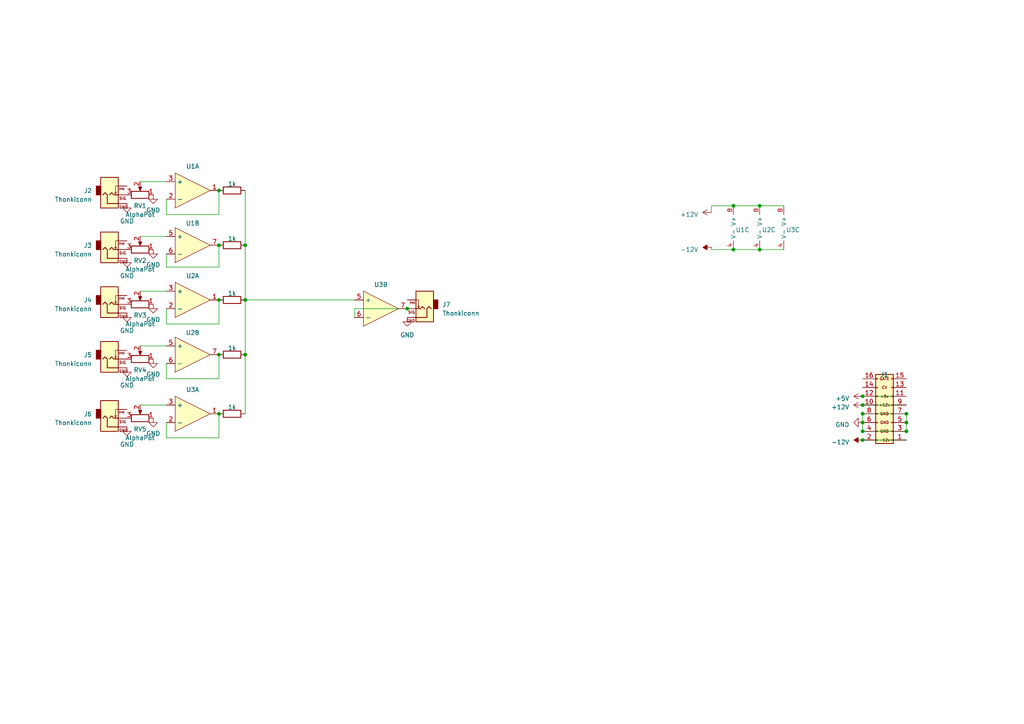
<source format=kicad_sch>
(kicad_sch (version 20230121) (generator eeschema)

  (uuid 4a44d633-2d3b-45b9-a614-8494ef92c9a4)

  (paper "A4")

  (lib_symbols
    (symbol "PCM_EuroRackTools:1k" (pin_numbers hide) (pin_names (offset 0)) (in_bom yes) (on_board yes)
      (property "Reference" "R" (at -1.27 3.81 0)
        (effects (font (size 1.27 1.27)) hide)
      )
      (property "Value" "1k" (at -1.27 1.27 0)
        (effects (font (size 1.27 1.27)))
      )
      (property "Footprint" "Resistor_SMD:R_0603_1608Metric" (at -1.27 -6.35 0)
        (effects (font (size 1.27 1.27)) hide)
      )
      (property "Datasheet" "~" (at -6.35 6.35 90)
        (effects (font (size 1.27 1.27)) hide)
      )
      (property "LCSC" "C21190" (at -1.27 -1.27 0)
        (effects (font (size 1.27 1.27)) hide)
      )
      (property "ki_keywords" "R res resistor" (at 0 0 0)
        (effects (font (size 1.27 1.27)) hide)
      )
      (property "ki_description" "Resistor" (at 0 0 0)
        (effects (font (size 1.27 1.27)) hide)
      )
      (property "ki_fp_filters" "R_*" (at 0 0 0)
        (effects (font (size 1.27 1.27)) hide)
      )
      (symbol "1k_0_1"
        (rectangle (start 1.27 0.254) (end -3.81 2.286)
          (stroke (width 0.254) (type default))
          (fill (type none))
        )
      )
      (symbol "1k_1_1"
        (pin passive line (at -5.08 1.27 0) (length 1.27)
          (name "~" (effects (font (size 1.27 1.27))))
          (number "1" (effects (font (size 1.27 1.27))))
        )
        (pin passive line (at 2.54 1.27 180) (length 1.27)
          (name "~" (effects (font (size 1.27 1.27))))
          (number "2" (effects (font (size 1.27 1.27))))
        )
      )
    )
    (symbol "PCM_EuroRackTools:AlphaPot" (pin_names (offset 1.016) hide) (in_bom yes) (on_board yes)
      (property "Reference" "RV" (at -4.445 0 90)
        (effects (font (size 1.27 1.27)))
      )
      (property "Value" "AlphaPot" (at -2.54 0 90)
        (effects (font (size 1.27 1.27)))
      )
      (property "Footprint" "Potentiometer_THT:Potentiometer_Alpha_RD901F-40-00D_Single_Vertical" (at 0 11.43 0)
        (effects (font (size 1.27 1.27)) hide)
      )
      (property "Datasheet" "~" (at 0 0 0)
        (effects (font (size 1.27 1.27)) hide)
      )
      (property "Sim.Pins" "1=1 2=2 3=3" (at 0 0 0)
        (effects (font (size 0 0)) hide)
      )
      (property "Sim.Device" "SPICE" (at -5.08 -5.08 90)
        (effects (font (size 1.27 1.27)) hide)
      )
      (property "Sim.Params" "type=\"X\" model=\"pot100k\" lib=\"\"" (at 0 0 0)
        (effects (font (size 0 0)) hide)
      )
      (property "ki_keywords" "resistor variable" (at 0 0 0)
        (effects (font (size 1.27 1.27)) hide)
      )
      (property "ki_description" "Potentiometer" (at 0 0 0)
        (effects (font (size 1.27 1.27)) hide)
      )
      (property "ki_fp_filters" "Potentiometer*" (at 0 0 0)
        (effects (font (size 1.27 1.27)) hide)
      )
      (symbol "AlphaPot_0_1"
        (polyline
          (pts
            (xy 2.54 0)
            (xy 1.524 0)
          )
          (stroke (width 0) (type default))
          (fill (type none))
        )
        (polyline
          (pts
            (xy 1.143 0)
            (xy 2.286 0.508)
            (xy 2.286 -0.508)
            (xy 1.143 0)
          )
          (stroke (width 0) (type default))
          (fill (type outline))
        )
        (rectangle (start 1.016 2.54) (end -1.016 -2.54)
          (stroke (width 0.254) (type default))
          (fill (type none))
        )
      )
      (symbol "AlphaPot_1_1"
        (pin passive line (at 0 3.81 270) (length 1.27)
          (name "1" (effects (font (size 1.27 1.27))))
          (number "1" (effects (font (size 1.27 1.27))))
        )
        (pin passive line (at 3.81 0 180) (length 1.27)
          (name "2" (effects (font (size 1.27 1.27))))
          (number "2" (effects (font (size 1.27 1.27))))
        )
        (pin passive line (at 0 -3.81 90) (length 1.27)
          (name "3" (effects (font (size 1.27 1.27))))
          (number "3" (effects (font (size 1.27 1.27))))
        )
      )
    )
    (symbol "PCM_EuroRackTools:EuroPower16" (pin_names (offset 1.016) hide) (in_bom yes) (on_board yes)
      (property "Reference" "J" (at 1.27 10.16 0)
        (effects (font (size 1.27 1.27)))
      )
      (property "Value" "EuroPower16" (at 1.27 -12.7 0)
        (effects (font (size 1.27 1.27)) hide)
      )
      (property "Footprint" "Connector_IDC:IDC-Header_2x08_P2.54mm_Vertical_SMD" (at 1.524 -18.034 0)
        (effects (font (size 1.27 1.27)) hide)
      )
      (property "Datasheet" "~" (at 1.524 -15.367 0)
        (effects (font (size 1.27 1.27)) hide)
      )
      (property "lcsc" "C383608" (at 5.08 12.7 0)
        (effects (font (size 1.27 1.27)) hide)
      )
      (property "ki_keywords" "connector" (at 0 0 0)
        (effects (font (size 1.27 1.27)) hide)
      )
      (property "ki_description" "Generic connector, double row, 02x08, odd/even pin numbering scheme (row 1 odd numbers, row 2 even numbers), script generated (kicad-library-utils/schlib/autogen/connector/)" (at 0 0 0)
        (effects (font (size 1.27 1.27)) hide)
      )
      (property "ki_fp_filters" "Connector*:*_2x??_*" (at 0 0 0)
        (effects (font (size 1.27 1.27)) hide)
      )
      (symbol "EuroPower16_0_0"
        (text "+12v" (at 1.27 0 0)
          (effects (font (size 0.8 0.8)))
        )
        (text "+5v" (at 1.27 2.54 0)
          (effects (font (size 0.8 0.8)))
        )
        (text "-12v" (at 1.27 -10.16 0)
          (effects (font (size 0.8 0.8)))
        )
        (text "CV" (at 1.27 5.08 0)
          (effects (font (size 0.8 0.8)))
        )
        (text "GATE" (at 1.27 7.62 0)
          (effects (font (size 0.8 0.8)))
        )
        (text "GND" (at 1.27 -7.62 0)
          (effects (font (size 0.8 0.8)))
        )
        (text "GND" (at 1.27 -5.08 0)
          (effects (font (size 0.8 0.8)))
        )
        (text "GND" (at 1.27 -2.54 0)
          (effects (font (size 0.8 0.8)))
        )
      )
      (symbol "EuroPower16_1_1"
        (rectangle (start -1.27 -10.033) (end -0.762 -10.287)
          (stroke (width 0.1524) (type default))
          (fill (type none))
        )
        (rectangle (start -1.27 -7.493) (end -0.762 -7.747)
          (stroke (width 0.1524) (type default))
          (fill (type none))
        )
        (rectangle (start -1.27 -4.953) (end -0.762 -5.207)
          (stroke (width 0.1524) (type default))
          (fill (type none))
        )
        (rectangle (start -1.27 -2.413) (end -0.762 -2.667)
          (stroke (width 0.1524) (type default))
          (fill (type none))
        )
        (rectangle (start -1.27 0.127) (end -0.762 -0.127)
          (stroke (width 0.1524) (type default))
          (fill (type none))
        )
        (rectangle (start -1.27 2.667) (end -0.762 2.413)
          (stroke (width 0.1524) (type default))
          (fill (type none))
        )
        (rectangle (start -1.27 5.207) (end -0.762 4.953)
          (stroke (width 0.1524) (type default))
          (fill (type none))
        )
        (rectangle (start -1.27 7.747) (end -0.762 7.493)
          (stroke (width 0.1524) (type default))
          (fill (type none))
        )
        (rectangle (start -1.27 8.89) (end 3.81 -11.176)
          (stroke (width 0.254) (type default))
          (fill (type background))
        )
        (rectangle (start 3.302 -10.033) (end 3.81 -10.287)
          (stroke (width 0.1524) (type default))
          (fill (type none))
        )
        (rectangle (start 3.302 -7.493) (end 3.81 -7.747)
          (stroke (width 0.1524) (type default))
          (fill (type none))
        )
        (rectangle (start 3.302 -4.953) (end 3.81 -5.207)
          (stroke (width 0.1524) (type default))
          (fill (type none))
        )
        (rectangle (start 3.302 -2.413) (end 3.81 -2.667)
          (stroke (width 0.1524) (type default))
          (fill (type none))
        )
        (rectangle (start 3.302 0.127) (end 3.81 -0.127)
          (stroke (width 0.1524) (type default))
          (fill (type none))
        )
        (rectangle (start 3.302 2.667) (end 3.81 2.413)
          (stroke (width 0.1524) (type default))
          (fill (type none))
        )
        (rectangle (start 3.302 5.207) (end 3.81 4.953)
          (stroke (width 0.1524) (type default))
          (fill (type none))
        )
        (rectangle (start 3.302 7.747) (end 3.81 7.493)
          (stroke (width 0.1524) (type default))
          (fill (type none))
        )
        (pin power_out line (at 7.62 -10.16 180) (length 3.81)
          (name "-12v_R" (effects (font (size 1.27 1.27))))
          (number "1" (effects (font (size 1.27 1.27))))
        )
        (pin power_out line (at -5.08 0 0) (length 3.81)
          (name "+12V_L" (effects (font (size 1.27 1.27))))
          (number "10" (effects (font (size 1.27 1.27))))
        )
        (pin power_out line (at 7.62 2.54 180) (length 3.81)
          (name "+5v_R" (effects (font (size 1.27 1.27))))
          (number "11" (effects (font (size 1.27 1.27))))
        )
        (pin power_out line (at -5.08 2.54 0) (length 3.81)
          (name "+5v_L" (effects (font (size 1.27 1.27))))
          (number "12" (effects (font (size 1.27 1.27))))
        )
        (pin passive line (at 7.62 5.08 180) (length 3.81)
          (name "CV_R" (effects (font (size 1.27 1.27))))
          (number "13" (effects (font (size 1.27 1.27))))
        )
        (pin passive line (at -5.08 5.08 0) (length 3.81)
          (name "CV_L" (effects (font (size 1.27 1.27))))
          (number "14" (effects (font (size 1.27 1.27))))
        )
        (pin passive line (at 7.62 7.62 180) (length 3.81)
          (name "GATE_R" (effects (font (size 1.27 1.27))))
          (number "15" (effects (font (size 1.27 1.27))))
        )
        (pin passive line (at -5.08 7.62 0) (length 3.81)
          (name "GATE_L" (effects (font (size 1.27 1.27))))
          (number "16" (effects (font (size 1.27 1.27))))
        )
        (pin power_out line (at -5.08 -10.16 0) (length 3.81)
          (name "-12v_L" (effects (font (size 1.27 1.27))))
          (number "2" (effects (font (size 1.27 1.27))))
        )
        (pin power_out line (at 7.62 -7.62 180) (length 3.81)
          (name "GND" (effects (font (size 1.27 1.27))))
          (number "3" (effects (font (size 1.27 1.27))))
        )
        (pin power_out line (at -5.08 -7.62 0) (length 3.81)
          (name "GND" (effects (font (size 1.27 1.27))))
          (number "4" (effects (font (size 1.27 1.27))))
        )
        (pin power_out line (at 7.62 -5.08 180) (length 3.81)
          (name "GND_R3" (effects (font (size 1.27 1.27))))
          (number "5" (effects (font (size 1.27 1.27))))
        )
        (pin power_out line (at -5.08 -5.08 0) (length 3.81)
          (name "GND_L3" (effects (font (size 1.27 1.27))))
          (number "6" (effects (font (size 1.27 1.27))))
        )
        (pin power_out line (at 7.62 -2.54 180) (length 3.81)
          (name "GND_R2" (effects (font (size 1.27 1.27))))
          (number "7" (effects (font (size 1.27 1.27))))
        )
        (pin power_out line (at -5.08 -2.54 0) (length 3.81)
          (name "GND_L2" (effects (font (size 1.27 1.27))))
          (number "8" (effects (font (size 1.27 1.27))))
        )
        (pin power_out line (at 7.62 0 180) (length 3.81)
          (name "+12V_R" (effects (font (size 1.27 1.27))))
          (number "9" (effects (font (size 1.27 1.27))))
        )
      )
    )
    (symbol "PCM_EuroRackTools:TL072" (in_bom yes) (on_board yes)
      (property "Reference" "U" (at -1.27 0 0)
        (effects (font (size 1.27 1.27)))
      )
      (property "Value" "TL072" (at 5.08 3.81 0)
        (effects (font (size 1.27 1.27)) hide)
      )
      (property "Footprint" "Package_SO:SOIC-8_3.9x4.9mm_P1.27mm" (at 0 -8.89 0)
        (effects (font (size 1.27 1.27)) hide)
      )
      (property "Datasheet" "" (at 0 0 0)
        (effects (font (size 1.27 1.27)) hide)
      )
      (property "Sim.Pins" "1=1 2=2 3=3 4=4 5=5 6=6 7=7 8=8" (at -11.43 17.78 0)
        (effects (font (size 1.27 1.27)) hide)
      )
      (property "Sim.Device" "SPICE" (at 1.27 7.62 0)
        (effects (font (size 1.27 1.27)) hide)
      )
      (property "Sim.Params" "type=\"X\" model=\"MY_TL072\" lib=\"\"" (at 0 0 0)
        (effects (font (size 0 0)) hide)
      )
      (property "LCSC" "C6961" (at 3.175 -4.445 0)
        (effects (font (size 1.27 1.27)) hide)
      )
      (symbol "TL072_1_1"
        (polyline
          (pts
            (xy -5.08 5.08)
            (xy -5.08 -5.08)
            (xy 5.08 0)
            (xy -5.08 5.08)
          )
          (stroke (width 0.1524) (type default))
          (fill (type background))
        )
        (pin output line (at 7.62 0 180) (length 2.54)
          (name "" (effects (font (size 1.27 1.27))))
          (number "1" (effects (font (size 1.27 1.27))))
        )
        (pin input line (at -7.62 -2.54 0) (length 2.54)
          (name "-" (effects (font (size 1.27 1.27))))
          (number "2" (effects (font (size 1.27 1.27))))
        )
        (pin input line (at -7.62 2.54 0) (length 2.54)
          (name "+" (effects (font (size 1.27 1.27))))
          (number "3" (effects (font (size 1.27 1.27))))
        )
      )
      (symbol "TL072_2_1"
        (polyline
          (pts
            (xy -5.08 5.08)
            (xy -5.08 -5.08)
            (xy 5.08 0)
            (xy -5.08 5.08)
          )
          (stroke (width 0.1524) (type default))
          (fill (type background))
        )
        (pin input line (at -7.62 2.54 0) (length 2.54)
          (name "+" (effects (font (size 1.27 1.27))))
          (number "5" (effects (font (size 1.27 1.27))))
        )
        (pin input line (at -7.62 -2.54 0) (length 2.54)
          (name "-" (effects (font (size 1.27 1.27))))
          (number "6" (effects (font (size 1.27 1.27))))
        )
        (pin output line (at 7.62 0 180) (length 2.54)
          (name "" (effects (font (size 1.27 1.27))))
          (number "7" (effects (font (size 1.27 1.27))))
        )
      )
      (symbol "TL072_3_0"
        (pin power_in line (at -2.54 -6.35 90) (length 2.54)
          (name "V-" (effects (font (size 1.27 1.27))))
          (number "4" (effects (font (size 1.27 1.27))))
        )
        (pin power_in line (at -2.54 6.35 270) (length 2.54)
          (name "V+" (effects (font (size 1.27 1.27))))
          (number "8" (effects (font (size 1.27 1.27))))
        )
      )
    )
    (symbol "PCM_EuroRackTools:Thonkiconn" (pin_numbers hide) (in_bom yes) (on_board yes)
      (property "Reference" "J" (at -1.27 -3.048 0)
        (effects (font (size 1.27 1.27)))
      )
      (property "Value" "Thonkiconn" (at 0 6.35 0)
        (effects (font (size 1.27 1.27)))
      )
      (property "Footprint" "Connector_Audio:Jack_3.5mm_QingPu_WQP-PJ398SM_Vertical_CircularHoles" (at 1.27 11.43 0)
        (effects (font (size 1.27 1.27)) hide)
      )
      (property "Datasheet" "~" (at 0 0 0)
        (effects (font (size 1.27 1.27)) hide)
      )
      (property "ki_keywords" "audio jack receptacle mono headphones phone TS connector" (at 0 0 0)
        (effects (font (size 1.27 1.27)) hide)
      )
      (property "ki_description" "Audio Jack, 2 Poles (Mono / TS), Switched T Pole (Normalling)" (at 0 0 0)
        (effects (font (size 1.27 1.27)) hide)
      )
      (property "ki_fp_filters" "Jack*" (at 0 0 0)
        (effects (font (size 1.27 1.27)) hide)
      )
      (symbol "Thonkiconn_0_0"
        (text "(no)" (at 3.556 -1.778 0)
          (effects (font (size 0.5 0.5)))
        )
        (text "GND" (at 4.064 3.556 0)
          (effects (font (size 0.8 0.8)))
        )
        (text "SIG" (at 3.81 1.016 0)
          (effects (font (size 0.8 0.8)))
        )
      )
      (symbol "Thonkiconn_0_1"
        (rectangle (start -2.54 0) (end -3.81 -2.54)
          (stroke (width 0.254) (type default))
          (fill (type outline))
        )
        (polyline
          (pts
            (xy 1.778 -0.254)
            (xy 2.032 -0.762)
          )
          (stroke (width 0) (type default))
          (fill (type none))
        )
        (polyline
          (pts
            (xy 0 0)
            (xy 0.635 -0.635)
            (xy 1.27 0)
            (xy 2.54 0)
          )
          (stroke (width 0.254) (type default))
          (fill (type none))
        )
        (polyline
          (pts
            (xy 2.54 -2.54)
            (xy 1.778 -2.54)
            (xy 1.778 -0.254)
            (xy 1.524 -0.762)
          )
          (stroke (width 0) (type default))
          (fill (type none))
        )
        (polyline
          (pts
            (xy 2.54 2.54)
            (xy -0.635 2.54)
            (xy -0.635 0)
            (xy -1.27 -0.635)
            (xy -1.905 0)
          )
          (stroke (width 0.254) (type default))
          (fill (type none))
        )
        (rectangle (start 2.54 3.81) (end -2.54 -5.08)
          (stroke (width 0.254) (type default))
          (fill (type background))
        )
      )
      (symbol "Thonkiconn_1_1"
        (pin passive line (at 5.08 2.54 180) (length 2.54)
          (name "~" (effects (font (size 1.27 1.27))))
          (number "S" (effects (font (size 1.27 1.27))))
        )
        (pin passive line (at 5.08 0 180) (length 2.54)
          (name "~" (effects (font (size 1.27 1.27))))
          (number "T" (effects (font (size 1.27 1.27))))
        )
        (pin passive line (at 5.08 -2.54 180) (length 2.54)
          (name "~" (effects (font (size 1.27 1.27))))
          (number "TN" (effects (font (size 1.27 1.27))))
        )
      )
    )
    (symbol "power:+12V" (power) (pin_names (offset 0)) (in_bom yes) (on_board yes)
      (property "Reference" "#PWR" (at 0 -3.81 0)
        (effects (font (size 1.27 1.27)) hide)
      )
      (property "Value" "+12V" (at 0 3.556 0)
        (effects (font (size 1.27 1.27)))
      )
      (property "Footprint" "" (at 0 0 0)
        (effects (font (size 1.27 1.27)) hide)
      )
      (property "Datasheet" "" (at 0 0 0)
        (effects (font (size 1.27 1.27)) hide)
      )
      (property "ki_keywords" "global power" (at 0 0 0)
        (effects (font (size 1.27 1.27)) hide)
      )
      (property "ki_description" "Power symbol creates a global label with name \"+12V\"" (at 0 0 0)
        (effects (font (size 1.27 1.27)) hide)
      )
      (symbol "+12V_0_1"
        (polyline
          (pts
            (xy -0.762 1.27)
            (xy 0 2.54)
          )
          (stroke (width 0) (type default))
          (fill (type none))
        )
        (polyline
          (pts
            (xy 0 0)
            (xy 0 2.54)
          )
          (stroke (width 0) (type default))
          (fill (type none))
        )
        (polyline
          (pts
            (xy 0 2.54)
            (xy 0.762 1.27)
          )
          (stroke (width 0) (type default))
          (fill (type none))
        )
      )
      (symbol "+12V_1_1"
        (pin power_in line (at 0 0 90) (length 0) hide
          (name "+12V" (effects (font (size 1.27 1.27))))
          (number "1" (effects (font (size 1.27 1.27))))
        )
      )
    )
    (symbol "power:+5V" (power) (pin_names (offset 0)) (in_bom yes) (on_board yes)
      (property "Reference" "#PWR" (at 0 -3.81 0)
        (effects (font (size 1.27 1.27)) hide)
      )
      (property "Value" "+5V" (at 0 3.556 0)
        (effects (font (size 1.27 1.27)))
      )
      (property "Footprint" "" (at 0 0 0)
        (effects (font (size 1.27 1.27)) hide)
      )
      (property "Datasheet" "" (at 0 0 0)
        (effects (font (size 1.27 1.27)) hide)
      )
      (property "ki_keywords" "global power" (at 0 0 0)
        (effects (font (size 1.27 1.27)) hide)
      )
      (property "ki_description" "Power symbol creates a global label with name \"+5V\"" (at 0 0 0)
        (effects (font (size 1.27 1.27)) hide)
      )
      (symbol "+5V_0_1"
        (polyline
          (pts
            (xy -0.762 1.27)
            (xy 0 2.54)
          )
          (stroke (width 0) (type default))
          (fill (type none))
        )
        (polyline
          (pts
            (xy 0 0)
            (xy 0 2.54)
          )
          (stroke (width 0) (type default))
          (fill (type none))
        )
        (polyline
          (pts
            (xy 0 2.54)
            (xy 0.762 1.27)
          )
          (stroke (width 0) (type default))
          (fill (type none))
        )
      )
      (symbol "+5V_1_1"
        (pin power_in line (at 0 0 90) (length 0) hide
          (name "+5V" (effects (font (size 1.27 1.27))))
          (number "1" (effects (font (size 1.27 1.27))))
        )
      )
    )
    (symbol "power:-12V" (power) (pin_names (offset 0)) (in_bom yes) (on_board yes)
      (property "Reference" "#PWR" (at 0 2.54 0)
        (effects (font (size 1.27 1.27)) hide)
      )
      (property "Value" "-12V" (at 0 3.81 0)
        (effects (font (size 1.27 1.27)))
      )
      (property "Footprint" "" (at 0 0 0)
        (effects (font (size 1.27 1.27)) hide)
      )
      (property "Datasheet" "" (at 0 0 0)
        (effects (font (size 1.27 1.27)) hide)
      )
      (property "ki_keywords" "global power" (at 0 0 0)
        (effects (font (size 1.27 1.27)) hide)
      )
      (property "ki_description" "Power symbol creates a global label with name \"-12V\"" (at 0 0 0)
        (effects (font (size 1.27 1.27)) hide)
      )
      (symbol "-12V_0_0"
        (pin power_in line (at 0 0 90) (length 0) hide
          (name "-12V" (effects (font (size 1.27 1.27))))
          (number "1" (effects (font (size 1.27 1.27))))
        )
      )
      (symbol "-12V_0_1"
        (polyline
          (pts
            (xy 0 0)
            (xy 0 1.27)
            (xy 0.762 1.27)
            (xy 0 2.54)
            (xy -0.762 1.27)
            (xy 0 1.27)
          )
          (stroke (width 0) (type default))
          (fill (type outline))
        )
      )
    )
    (symbol "power:GND" (power) (pin_names (offset 0)) (in_bom yes) (on_board yes)
      (property "Reference" "#PWR" (at 0 -6.35 0)
        (effects (font (size 1.27 1.27)) hide)
      )
      (property "Value" "GND" (at 0 -3.81 0)
        (effects (font (size 1.27 1.27)))
      )
      (property "Footprint" "" (at 0 0 0)
        (effects (font (size 1.27 1.27)) hide)
      )
      (property "Datasheet" "" (at 0 0 0)
        (effects (font (size 1.27 1.27)) hide)
      )
      (property "ki_keywords" "global power" (at 0 0 0)
        (effects (font (size 1.27 1.27)) hide)
      )
      (property "ki_description" "Power symbol creates a global label with name \"GND\" , ground" (at 0 0 0)
        (effects (font (size 1.27 1.27)) hide)
      )
      (symbol "GND_0_1"
        (polyline
          (pts
            (xy 0 0)
            (xy 0 -1.27)
            (xy 1.27 -1.27)
            (xy 0 -2.54)
            (xy -1.27 -1.27)
            (xy 0 -1.27)
          )
          (stroke (width 0) (type default))
          (fill (type none))
        )
      )
      (symbol "GND_1_1"
        (pin power_in line (at 0 0 270) (length 0) hide
          (name "GND" (effects (font (size 1.27 1.27))))
          (number "1" (effects (font (size 1.27 1.27))))
        )
      )
    )
  )

  (junction (at 71.12 71.12) (diameter 0) (color 0 0 0 0)
    (uuid 05554cff-7eb2-4ab1-941a-1aed882e24df)
  )
  (junction (at 118.11 89.535) (diameter 0) (color 0 0 0 0)
    (uuid 0c384edf-c4e8-4d7a-a327-226b9097e09e)
  )
  (junction (at 220.345 72.39) (diameter 0) (color 0 0 0 0)
    (uuid 111fcb0f-8bfd-4dd2-bbc4-299b2f67e9d0)
  )
  (junction (at 262.89 122.555) (diameter 0) (color 0 0 0 0)
    (uuid 196422ff-12f0-4a9e-b3ba-36f398e461a7)
  )
  (junction (at 63.5 71.12) (diameter 0) (color 0 0 0 0)
    (uuid 3dc884b4-180b-499d-95fc-d1216e6c0e82)
  )
  (junction (at 250.19 114.935) (diameter 0) (color 0 0 0 0)
    (uuid 422e72d4-0be0-4076-b6b8-63a7701f6741)
  )
  (junction (at 262.89 125.095) (diameter 0) (color 0 0 0 0)
    (uuid 5104815c-a45e-427c-baef-b5cacc315ba4)
  )
  (junction (at 63.5 120.015) (diameter 0) (color 0 0 0 0)
    (uuid 54725705-5944-4255-90f3-cd6863a42b1a)
  )
  (junction (at 71.12 102.87) (diameter 0) (color 0 0 0 0)
    (uuid 635f0b70-80c0-4a3e-84d8-65c84c5b92fd)
  )
  (junction (at 250.19 125.095) (diameter 0) (color 0 0 0 0)
    (uuid 71e45986-8a8b-4958-a4ee-b8f88459b3aa)
  )
  (junction (at 262.89 120.015) (diameter 0) (color 0 0 0 0)
    (uuid 73227fa0-12c6-462b-a443-d3938dd4b4d9)
  )
  (junction (at 63.5 55.245) (diameter 0) (color 0 0 0 0)
    (uuid 8f8000e8-2f9c-4d86-80de-01363966221a)
  )
  (junction (at 250.19 120.015) (diameter 0) (color 0 0 0 0)
    (uuid 94db8d8e-daff-495c-925a-7158ed0c2ed9)
  )
  (junction (at 63.5 102.87) (diameter 0) (color 0 0 0 0)
    (uuid 9532b6f8-d6e0-413f-b536-dc446e3de114)
  )
  (junction (at 212.725 72.39) (diameter 0) (color 0 0 0 0)
    (uuid b6928320-dfda-4865-8901-192976eea503)
  )
  (junction (at 250.19 122.555) (diameter 0) (color 0 0 0 0)
    (uuid bed02435-0589-4b5b-8adf-4bd03c09e792)
  )
  (junction (at 250.19 127.635) (diameter 0) (color 0 0 0 0)
    (uuid c4aed89e-e387-47a6-b4c7-2a97718a62be)
  )
  (junction (at 63.5 86.995) (diameter 0) (color 0 0 0 0)
    (uuid ced3aa53-91f4-4c2a-ad02-ca4aefd52f31)
  )
  (junction (at 212.725 59.69) (diameter 0) (color 0 0 0 0)
    (uuid ecf9b986-f097-48f1-a917-ab53d7c64a2f)
  )
  (junction (at 71.12 86.995) (diameter 0) (color 0 0 0 0)
    (uuid f0248451-f7ed-4cdc-baad-3cc6b34e4e35)
  )
  (junction (at 220.345 59.69) (diameter 0) (color 0 0 0 0)
    (uuid f43a3180-0df3-4017-8c12-16f1e27cf993)
  )
  (junction (at 250.19 117.475) (diameter 0) (color 0 0 0 0)
    (uuid f8edfff6-7683-49da-9bb8-f994d7b644ac)
  )

  (wire (pts (xy 48.26 93.98) (xy 63.5 93.98))
    (stroke (width 0) (type default))
    (uuid 06a9f4a4-e763-45f1-ba4d-fc775f4b5ac1)
  )
  (wire (pts (xy 40.64 68.58) (xy 48.26 68.58))
    (stroke (width 0) (type default))
    (uuid 08b97ea2-5b7a-486e-a135-7799431518df)
  )
  (wire (pts (xy 250.19 127.635) (xy 262.89 127.635))
    (stroke (width 0) (type default))
    (uuid 0925833f-725a-4524-ba64-2796026aa9c3)
  )
  (wire (pts (xy 48.26 109.855) (xy 63.5 109.855))
    (stroke (width 0) (type default))
    (uuid 10bf1d0d-fa48-4244-a393-725be51793a1)
  )
  (wire (pts (xy 48.26 122.555) (xy 48.26 127))
    (stroke (width 0) (type default))
    (uuid 118c738a-2340-4790-ac0b-baac45a75a5d)
  )
  (wire (pts (xy 206.375 72.39) (xy 206.375 71.755))
    (stroke (width 0) (type default))
    (uuid 150913c0-b139-42f6-8554-6e65ec01e234)
  )
  (wire (pts (xy 63.5 62.23) (xy 63.5 55.245))
    (stroke (width 0) (type default))
    (uuid 429ccff9-081f-4bc4-b961-3645fbf3ddf5)
  )
  (wire (pts (xy 250.19 125.095) (xy 250.19 122.555))
    (stroke (width 0) (type default))
    (uuid 447c5c67-d34c-4661-93f6-9ff5f2cb664a)
  )
  (wire (pts (xy 63.5 127) (xy 63.5 120.015))
    (stroke (width 0) (type default))
    (uuid 5273809b-7766-41a2-a336-8d0baa8627d1)
  )
  (wire (pts (xy 48.26 57.785) (xy 48.26 62.23))
    (stroke (width 0) (type default))
    (uuid 569e4e9a-70f6-4dba-a35f-033a274e0bff)
  )
  (wire (pts (xy 220.345 72.39) (xy 212.725 72.39))
    (stroke (width 0) (type default))
    (uuid 603069ff-affc-4cb8-8895-aa6252676f33)
  )
  (wire (pts (xy 212.725 59.69) (xy 206.375 59.69))
    (stroke (width 0) (type default))
    (uuid 699e64e7-961a-495a-9976-5e80d96db6af)
  )
  (wire (pts (xy 250.19 117.475) (xy 262.89 117.475))
    (stroke (width 0) (type default))
    (uuid 6a3d5296-524e-484a-9018-eec0c17fbb20)
  )
  (wire (pts (xy 118.11 89.535) (xy 102.87 89.535))
    (stroke (width 0) (type default))
    (uuid 6cc455f5-7176-4383-8c33-7c11a4f63f28)
  )
  (wire (pts (xy 227.33 72.39) (xy 220.345 72.39))
    (stroke (width 0) (type default))
    (uuid 7488fe4c-dd8b-4411-8073-d2b7c69d1912)
  )
  (wire (pts (xy 71.12 102.87) (xy 71.12 120.015))
    (stroke (width 0) (type default))
    (uuid 768f03db-55c7-47e2-95b1-49050ff73093)
  )
  (wire (pts (xy 40.64 100.33) (xy 48.26 100.33))
    (stroke (width 0) (type default))
    (uuid 7c95a7cb-5869-48f1-a777-a51a7fdedcb4)
  )
  (wire (pts (xy 250.19 120.015) (xy 262.89 120.015))
    (stroke (width 0) (type default))
    (uuid 7faebf3a-2da2-4b3e-b98a-8956d7a83ec7)
  )
  (wire (pts (xy 250.19 122.555) (xy 250.19 120.015))
    (stroke (width 0) (type default))
    (uuid 800fafda-93e2-44ce-8cc8-6e0f56570a33)
  )
  (wire (pts (xy 48.26 73.66) (xy 48.26 77.47))
    (stroke (width 0) (type default))
    (uuid 844bc8fc-ad11-4e2f-ad35-f6d6ec81f4f1)
  )
  (wire (pts (xy 48.26 77.47) (xy 63.5 77.47))
    (stroke (width 0) (type default))
    (uuid 88a8fed6-e8c3-4df8-ae81-3dcc351ad275)
  )
  (wire (pts (xy 220.345 59.69) (xy 212.725 59.69))
    (stroke (width 0) (type default))
    (uuid 91d4611a-e5b5-4547-a58d-08d5c97bee26)
  )
  (wire (pts (xy 71.12 86.995) (xy 71.12 102.87))
    (stroke (width 0) (type default))
    (uuid 98317519-c3f8-40a4-80a9-1cf5b436aab6)
  )
  (wire (pts (xy 102.87 89.535) (xy 102.87 92.075))
    (stroke (width 0) (type default))
    (uuid 9bbb70d8-7a97-4e9b-b3af-6ff095a90679)
  )
  (wire (pts (xy 63.5 77.47) (xy 63.5 71.12))
    (stroke (width 0) (type default))
    (uuid 9f0b108b-d99b-4f72-ac80-58f010da0692)
  )
  (wire (pts (xy 212.725 72.39) (xy 206.375 72.39))
    (stroke (width 0) (type default))
    (uuid a4078702-fc71-440e-8d63-9baa85d1ba7e)
  )
  (wire (pts (xy 262.89 125.095) (xy 250.19 125.095))
    (stroke (width 0) (type default))
    (uuid a86b3f74-5306-4030-bca4-db0b1dcaf6e5)
  )
  (wire (pts (xy 40.64 52.705) (xy 48.26 52.705))
    (stroke (width 0) (type default))
    (uuid b2b07c92-bf01-4c35-bff7-82d5b6c1bd07)
  )
  (wire (pts (xy 63.5 93.98) (xy 63.5 86.995))
    (stroke (width 0) (type default))
    (uuid b2b3109f-271b-42bb-8897-1576c0aa660e)
  )
  (wire (pts (xy 48.26 105.41) (xy 48.26 109.855))
    (stroke (width 0) (type default))
    (uuid b54db068-74a5-447b-8e7c-3df437e4bf30)
  )
  (wire (pts (xy 262.89 122.555) (xy 262.89 125.095))
    (stroke (width 0) (type default))
    (uuid bf42ab16-d297-4ede-a4f2-470bd167a3d4)
  )
  (wire (pts (xy 71.12 71.12) (xy 71.12 86.995))
    (stroke (width 0) (type default))
    (uuid caafc7af-5f15-4156-a700-18b698db373d)
  )
  (wire (pts (xy 40.64 117.475) (xy 48.26 117.475))
    (stroke (width 0) (type default))
    (uuid cbe0aa03-eca7-4c82-b087-3e37c5f2ab49)
  )
  (wire (pts (xy 48.26 127) (xy 63.5 127))
    (stroke (width 0) (type default))
    (uuid d0b1dfb3-216a-44cb-82a3-b341a101ce6b)
  )
  (wire (pts (xy 48.26 62.23) (xy 63.5 62.23))
    (stroke (width 0) (type default))
    (uuid d2c3e724-87e4-4f88-9e25-2fcde0c094a4)
  )
  (wire (pts (xy 40.64 84.455) (xy 48.26 84.455))
    (stroke (width 0) (type default))
    (uuid d544e7ec-d3f3-4abb-af66-d783c3db62b7)
  )
  (wire (pts (xy 71.12 55.245) (xy 71.12 71.12))
    (stroke (width 0) (type default))
    (uuid d6d96301-2bd8-40d3-b4bb-2ffef99c6ab0)
  )
  (wire (pts (xy 102.87 86.995) (xy 71.12 86.995))
    (stroke (width 0) (type default))
    (uuid d8de8efb-9e2d-42b7-a368-d43b0187892f)
  )
  (wire (pts (xy 63.5 109.855) (xy 63.5 102.87))
    (stroke (width 0) (type default))
    (uuid da4b7977-77fc-41a8-9df1-5626406c3480)
  )
  (wire (pts (xy 206.375 59.69) (xy 206.375 61.595))
    (stroke (width 0) (type default))
    (uuid e2bb151e-a59b-4e9a-a17c-0cd15cf06a44)
  )
  (wire (pts (xy 227.33 59.69) (xy 220.345 59.69))
    (stroke (width 0) (type default))
    (uuid e3ada2aa-33d7-4094-b49e-c8720820a1cc)
  )
  (wire (pts (xy 250.19 114.935) (xy 262.89 114.935))
    (stroke (width 0) (type default))
    (uuid f8ab51e3-f151-4d88-bb61-6822ad71fde1)
  )
  (wire (pts (xy 48.26 89.535) (xy 48.26 93.98))
    (stroke (width 0) (type default))
    (uuid f95f3f1d-ca5b-4162-9099-bdf54dfb1267)
  )
  (wire (pts (xy 262.89 120.015) (xy 262.89 122.555))
    (stroke (width 0) (type default))
    (uuid feaaa8a3-6628-4e3d-b2e6-f15c93e013f7)
  )

  (symbol (lib_id "PCM_EuroRackTools:TL072") (at 215.265 66.04 0) (unit 3)
    (in_bom yes) (on_board yes) (dnp no) (fields_autoplaced)
    (uuid 02264ddb-3cbf-4a1d-bb59-e02f2776bef9)
    (property "Reference" "U1" (at 213.36 66.675 0)
      (effects (font (size 1.27 1.27)) (justify left))
    )
    (property "Value" "TL072" (at 220.345 62.23 0)
      (effects (font (size 1.27 1.27)) hide)
    )
    (property "Footprint" "Package_SO:SOIC-8_3.9x4.9mm_P1.27mm" (at 215.265 74.93 0)
      (effects (font (size 1.27 1.27)) hide)
    )
    (property "Datasheet" "" (at 215.265 66.04 0)
      (effects (font (size 1.27 1.27)) hide)
    )
    (property "Sim.Pins" "1=1 2=2 3=3 4=4 5=5 6=6 7=7 8=8" (at 203.835 48.26 0)
      (effects (font (size 1.27 1.27)) hide)
    )
    (property "Sim.Device" "SPICE" (at 216.535 58.42 0)
      (effects (font (size 1.27 1.27)) hide)
    )
    (property "Sim.Params" "type=\"X\" model=\"MY_TL072\" lib=\"\"" (at 215.265 66.04 0)
      (effects (font (size 0 0)) hide)
    )
    (property "LCSC" "C6961" (at 218.44 70.485 0)
      (effects (font (size 1.27 1.27)) hide)
    )
    (pin "1" (uuid cbc7a938-8842-4f47-98a2-6918240e9495))
    (pin "2" (uuid f4a6941b-b248-43a4-9253-1d74d0232664))
    (pin "3" (uuid d7045d89-34a7-481f-81d1-9caa3ac294c3))
    (pin "5" (uuid c5ef93af-5ab9-4cd3-9e34-102566023458))
    (pin "6" (uuid cebdaf55-f6b7-443a-9fe1-b4fd507da627))
    (pin "7" (uuid 08c6fadf-f26c-4046-ace1-7d616ec8785c))
    (pin "4" (uuid c59c0149-8b81-438c-8ab2-e91e922bf567))
    (pin "8" (uuid 727fab6d-3e1f-41bd-a964-5256d74575c5))
    (instances
      (project "wismix"
        (path "/4a44d633-2d3b-45b9-a614-8494ef92c9a4"
          (reference "U1") (unit 3)
        )
      )
    )
  )

  (symbol (lib_id "power:GND") (at 118.11 92.075 0) (mirror y) (unit 1)
    (in_bom yes) (on_board yes) (dnp no) (fields_autoplaced)
    (uuid 0b8ecbe1-abd1-4a79-aad2-bc7ae3500523)
    (property "Reference" "#PWR014" (at 118.11 98.425 0)
      (effects (font (size 1.27 1.27)) hide)
    )
    (property "Value" "GND" (at 118.11 97.155 0)
      (effects (font (size 1.27 1.27)))
    )
    (property "Footprint" "" (at 118.11 92.075 0)
      (effects (font (size 1.27 1.27)) hide)
    )
    (property "Datasheet" "" (at 118.11 92.075 0)
      (effects (font (size 1.27 1.27)) hide)
    )
    (pin "1" (uuid 46d031f7-dfca-42ea-a7f8-24920ed59ffe))
    (instances
      (project "wismix"
        (path "/4a44d633-2d3b-45b9-a614-8494ef92c9a4"
          (reference "#PWR014") (unit 1)
        )
      )
    )
  )

  (symbol (lib_id "power:GND") (at 44.45 56.515 0) (unit 1)
    (in_bom yes) (on_board yes) (dnp no) (fields_autoplaced)
    (uuid 0fe9703c-c1c1-4ed2-b73d-17948c4e4c21)
    (property "Reference" "#PWR06" (at 44.45 62.865 0)
      (effects (font (size 1.27 1.27)) hide)
    )
    (property "Value" "GND" (at 44.45 60.96 0)
      (effects (font (size 1.27 1.27)))
    )
    (property "Footprint" "" (at 44.45 56.515 0)
      (effects (font (size 1.27 1.27)) hide)
    )
    (property "Datasheet" "" (at 44.45 56.515 0)
      (effects (font (size 1.27 1.27)) hide)
    )
    (pin "1" (uuid cef05d81-11ff-4072-a79a-bc73b99c0fa1))
    (instances
      (project "wismix"
        (path "/4a44d633-2d3b-45b9-a614-8494ef92c9a4"
          (reference "#PWR06") (unit 1)
        )
      )
    )
  )

  (symbol (lib_id "PCM_EuroRackTools:AlphaPot") (at 40.64 121.285 270) (mirror x) (unit 1)
    (in_bom yes) (on_board yes) (dnp no)
    (uuid 115816df-f477-43df-b674-befba633b81b)
    (property "Reference" "RV5" (at 40.64 124.46 90)
      (effects (font (size 1.27 1.27)))
    )
    (property "Value" "AlphaPot" (at 40.64 127 90)
      (effects (font (size 1.27 1.27)))
    )
    (property "Footprint" "Potentiometer_THT:Potentiometer_Alpha_RD901F-40-00D_Single_Vertical" (at 52.07 121.285 0)
      (effects (font (size 1.27 1.27)) hide)
    )
    (property "Datasheet" "~" (at 40.64 121.285 0)
      (effects (font (size 1.27 1.27)) hide)
    )
    (property "Sim.Pins" "1=1 2=2 3=3" (at 40.64 121.285 0)
      (effects (font (size 0 0)) hide)
    )
    (property "Sim.Device" "SPICE" (at 35.56 126.365 90)
      (effects (font (size 1.27 1.27)) hide)
    )
    (property "Sim.Params" "type=\"X\" model=\"pot100k\" lib=\"\"" (at 40.64 121.285 0)
      (effects (font (size 0 0)) hide)
    )
    (pin "1" (uuid c1ec39b5-cf45-4ec0-9e8d-db5ea3471770))
    (pin "2" (uuid f8623586-f2e2-4233-8437-2b91b454e92e))
    (pin "3" (uuid 73ef8210-8edf-42f8-a0ce-2fbface69ede))
    (instances
      (project "wismix"
        (path "/4a44d633-2d3b-45b9-a614-8494ef92c9a4"
          (reference "RV5") (unit 1)
        )
      )
    )
  )

  (symbol (lib_id "power:GND") (at 36.83 59.055 0) (unit 1)
    (in_bom yes) (on_board yes) (dnp no) (fields_autoplaced)
    (uuid 11dd1ab0-bae3-4aba-a89c-1580978c4bfd)
    (property "Reference" "#PWR05" (at 36.83 65.405 0)
      (effects (font (size 1.27 1.27)) hide)
    )
    (property "Value" "GND" (at 36.83 64.135 0)
      (effects (font (size 1.27 1.27)))
    )
    (property "Footprint" "" (at 36.83 59.055 0)
      (effects (font (size 1.27 1.27)) hide)
    )
    (property "Datasheet" "" (at 36.83 59.055 0)
      (effects (font (size 1.27 1.27)) hide)
    )
    (pin "1" (uuid e1047d92-b9da-47bd-8a42-fb4286dbde99))
    (instances
      (project "wismix"
        (path "/4a44d633-2d3b-45b9-a614-8494ef92c9a4"
          (reference "#PWR05") (unit 1)
        )
      )
    )
  )

  (symbol (lib_id "power:GND") (at 36.83 90.805 0) (unit 1)
    (in_bom yes) (on_board yes) (dnp no) (fields_autoplaced)
    (uuid 15bd47f0-a731-4445-87d4-fe1a2548dbd2)
    (property "Reference" "#PWR09" (at 36.83 97.155 0)
      (effects (font (size 1.27 1.27)) hide)
    )
    (property "Value" "GND" (at 36.83 95.885 0)
      (effects (font (size 1.27 1.27)))
    )
    (property "Footprint" "" (at 36.83 90.805 0)
      (effects (font (size 1.27 1.27)) hide)
    )
    (property "Datasheet" "" (at 36.83 90.805 0)
      (effects (font (size 1.27 1.27)) hide)
    )
    (pin "1" (uuid b2693e77-66ce-440b-88f3-24139f130ed5))
    (instances
      (project "wismix"
        (path "/4a44d633-2d3b-45b9-a614-8494ef92c9a4"
          (reference "#PWR09") (unit 1)
        )
      )
    )
  )

  (symbol (lib_id "PCM_EuroRackTools:Thonkiconn") (at 31.75 56.515 0) (mirror x) (unit 1)
    (in_bom yes) (on_board yes) (dnp no) (fields_autoplaced)
    (uuid 16ea2637-ae25-4195-b797-1c7f526e423b)
    (property "Reference" "J2" (at 26.67 55.317 0)
      (effects (font (size 1.27 1.27)) (justify right))
    )
    (property "Value" "Thonkiconn" (at 26.67 57.857 0)
      (effects (font (size 1.27 1.27)) (justify right))
    )
    (property "Footprint" "Connector_Audio:Jack_3.5mm_QingPu_WQP-PJ398SM_Vertical_CircularHoles" (at 33.02 67.945 0)
      (effects (font (size 1.27 1.27)) hide)
    )
    (property "Datasheet" "~" (at 31.75 56.515 0)
      (effects (font (size 1.27 1.27)) hide)
    )
    (pin "S" (uuid 0455ef4d-1b78-48a1-8ea8-4ac4607866c7))
    (pin "T" (uuid 22304281-1f12-42c9-a831-0bbf14ae7f4a))
    (pin "TN" (uuid 82994b59-38f7-4fab-8161-6d0d087f4b38))
    (instances
      (project "wismix"
        (path "/4a44d633-2d3b-45b9-a614-8494ef92c9a4"
          (reference "J2") (unit 1)
        )
      )
    )
  )

  (symbol (lib_id "PCM_EuroRackTools:1k") (at 68.58 56.515 0) (unit 1)
    (in_bom yes) (on_board yes) (dnp no) (fields_autoplaced)
    (uuid 1cb63d31-e75d-44c5-88c5-8af4b162f3ae)
    (property "Reference" "R1" (at 67.31 52.705 0)
      (effects (font (size 1.27 1.27)) hide)
    )
    (property "Value" "1k" (at 67.31 53.34 0)
      (effects (font (size 1.27 1.27)))
    )
    (property "Footprint" "Resistor_SMD:R_0603_1608Metric" (at 67.31 62.865 0)
      (effects (font (size 1.27 1.27)) hide)
    )
    (property "Datasheet" "~" (at 62.23 50.165 90)
      (effects (font (size 1.27 1.27)) hide)
    )
    (property "LCSC" "C21190" (at 67.31 57.785 0)
      (effects (font (size 1.27 1.27)) hide)
    )
    (pin "1" (uuid 80ca76a7-3414-4b4a-95df-182e151e748f))
    (pin "2" (uuid 0ab9d239-c4da-4884-bdc1-cc7323d176a8))
    (instances
      (project "wismix"
        (path "/4a44d633-2d3b-45b9-a614-8494ef92c9a4"
          (reference "R1") (unit 1)
        )
      )
    )
  )

  (symbol (lib_id "PCM_EuroRackTools:Thonkiconn") (at 123.19 89.535 180) (unit 1)
    (in_bom yes) (on_board yes) (dnp no) (fields_autoplaced)
    (uuid 261330e9-f8fc-4595-a2d2-33876baf475d)
    (property "Reference" "J7" (at 128.27 88.337 0)
      (effects (font (size 1.27 1.27)) (justify right))
    )
    (property "Value" "Thonkiconn" (at 128.27 90.877 0)
      (effects (font (size 1.27 1.27)) (justify right))
    )
    (property "Footprint" "Connector_Audio:Jack_3.5mm_QingPu_WQP-PJ398SM_Vertical_CircularHoles" (at 121.92 100.965 0)
      (effects (font (size 1.27 1.27)) hide)
    )
    (property "Datasheet" "~" (at 123.19 89.535 0)
      (effects (font (size 1.27 1.27)) hide)
    )
    (pin "S" (uuid 1b853027-de78-41f7-98b8-ea52c0f9ae88))
    (pin "T" (uuid 5e13fec1-9083-407d-8c5c-57ecf6d927c2))
    (pin "TN" (uuid f533442f-97c0-4401-bb42-a57de22e9674))
    (instances
      (project "wismix"
        (path "/4a44d633-2d3b-45b9-a614-8494ef92c9a4"
          (reference "J7") (unit 1)
        )
      )
    )
  )

  (symbol (lib_id "power:GND") (at 44.45 121.285 0) (unit 1)
    (in_bom yes) (on_board yes) (dnp no) (fields_autoplaced)
    (uuid 2ccf689f-7a6b-4c63-87ac-75ae36ba2912)
    (property "Reference" "#PWR015" (at 44.45 127.635 0)
      (effects (font (size 1.27 1.27)) hide)
    )
    (property "Value" "GND" (at 44.45 125.73 0)
      (effects (font (size 1.27 1.27)))
    )
    (property "Footprint" "" (at 44.45 121.285 0)
      (effects (font (size 1.27 1.27)) hide)
    )
    (property "Datasheet" "" (at 44.45 121.285 0)
      (effects (font (size 1.27 1.27)) hide)
    )
    (pin "1" (uuid f29dbe51-325a-44d8-8824-ce0cac503bd0))
    (instances
      (project "wismix"
        (path "/4a44d633-2d3b-45b9-a614-8494ef92c9a4"
          (reference "#PWR015") (unit 1)
        )
      )
    )
  )

  (symbol (lib_id "PCM_EuroRackTools:AlphaPot") (at 40.64 56.515 270) (mirror x) (unit 1)
    (in_bom yes) (on_board yes) (dnp no)
    (uuid 2e3d40a4-6488-49c3-8a1d-ce5b12316a80)
    (property "Reference" "RV1" (at 40.64 59.69 90)
      (effects (font (size 1.27 1.27)))
    )
    (property "Value" "AlphaPot" (at 40.64 62.23 90)
      (effects (font (size 1.27 1.27)))
    )
    (property "Footprint" "Potentiometer_THT:Potentiometer_Alpha_RD901F-40-00D_Single_Vertical" (at 52.07 56.515 0)
      (effects (font (size 1.27 1.27)) hide)
    )
    (property "Datasheet" "~" (at 40.64 56.515 0)
      (effects (font (size 1.27 1.27)) hide)
    )
    (property "Sim.Pins" "1=1 2=2 3=3" (at 40.64 56.515 0)
      (effects (font (size 0 0)) hide)
    )
    (property "Sim.Device" "SPICE" (at 35.56 61.595 90)
      (effects (font (size 1.27 1.27)) hide)
    )
    (property "Sim.Params" "type=\"X\" model=\"pot100k\" lib=\"\"" (at 40.64 56.515 0)
      (effects (font (size 0 0)) hide)
    )
    (pin "1" (uuid 9860a82c-2204-4785-90a7-564dc8b6d99b))
    (pin "2" (uuid 955e34eb-97ea-4182-85ba-394a63b1f597))
    (pin "3" (uuid 8a6282c6-7341-4e2c-b5a0-f37282ae6490))
    (instances
      (project "wismix"
        (path "/4a44d633-2d3b-45b9-a614-8494ef92c9a4"
          (reference "RV1") (unit 1)
        )
      )
    )
  )

  (symbol (lib_id "PCM_EuroRackTools:AlphaPot") (at 40.64 88.265 270) (mirror x) (unit 1)
    (in_bom yes) (on_board yes) (dnp no)
    (uuid 34a2f4bf-54a1-4492-8097-f041658bd55d)
    (property "Reference" "RV3" (at 40.64 91.44 90)
      (effects (font (size 1.27 1.27)))
    )
    (property "Value" "AlphaPot" (at 40.64 93.98 90)
      (effects (font (size 1.27 1.27)))
    )
    (property "Footprint" "Potentiometer_THT:Potentiometer_Alpha_RD901F-40-00D_Single_Vertical" (at 52.07 88.265 0)
      (effects (font (size 1.27 1.27)) hide)
    )
    (property "Datasheet" "~" (at 40.64 88.265 0)
      (effects (font (size 1.27 1.27)) hide)
    )
    (property "Sim.Pins" "1=1 2=2 3=3" (at 40.64 88.265 0)
      (effects (font (size 0 0)) hide)
    )
    (property "Sim.Device" "SPICE" (at 35.56 93.345 90)
      (effects (font (size 1.27 1.27)) hide)
    )
    (property "Sim.Params" "type=\"X\" model=\"pot100k\" lib=\"\"" (at 40.64 88.265 0)
      (effects (font (size 0 0)) hide)
    )
    (pin "1" (uuid acf0126f-2db1-4a7e-96c8-9c11a98c9ff7))
    (pin "2" (uuid 070af2a8-a36d-4703-9883-852336233721))
    (pin "3" (uuid 40175c0c-122d-44bd-b99f-8b05ce31b340))
    (instances
      (project "wismix"
        (path "/4a44d633-2d3b-45b9-a614-8494ef92c9a4"
          (reference "RV3") (unit 1)
        )
      )
    )
  )

  (symbol (lib_id "PCM_EuroRackTools:Thonkiconn") (at 31.75 104.14 0) (mirror x) (unit 1)
    (in_bom yes) (on_board yes) (dnp no) (fields_autoplaced)
    (uuid 35af04bc-f41f-40c0-ac61-f4047963069f)
    (property "Reference" "J5" (at 26.67 102.942 0)
      (effects (font (size 1.27 1.27)) (justify right))
    )
    (property "Value" "Thonkiconn" (at 26.67 105.482 0)
      (effects (font (size 1.27 1.27)) (justify right))
    )
    (property "Footprint" "Connector_Audio:Jack_3.5mm_QingPu_WQP-PJ398SM_Vertical_CircularHoles" (at 33.02 115.57 0)
      (effects (font (size 1.27 1.27)) hide)
    )
    (property "Datasheet" "~" (at 31.75 104.14 0)
      (effects (font (size 1.27 1.27)) hide)
    )
    (pin "S" (uuid 2d356d1e-e06f-4b2b-8f02-cfef2187425d))
    (pin "T" (uuid cd4670eb-da43-4fc5-b2ae-e0b8100800a7))
    (pin "TN" (uuid 26bb4ba3-c520-4b77-8f53-0acd23a950c6))
    (instances
      (project "wismix"
        (path "/4a44d633-2d3b-45b9-a614-8494ef92c9a4"
          (reference "J5") (unit 1)
        )
      )
    )
  )

  (symbol (lib_id "PCM_EuroRackTools:EuroPower16") (at 255.27 117.475 0) (unit 1)
    (in_bom yes) (on_board yes) (dnp no) (fields_autoplaced)
    (uuid 3c77e03a-81df-4a30-bc1f-fb1e58de33c7)
    (property "Reference" "J1" (at 256.54 108.585 0)
      (effects (font (size 1.27 1.27)))
    )
    (property "Value" "EuroPower16" (at 256.54 130.175 0)
      (effects (font (size 1.27 1.27)) hide)
    )
    (property "Footprint" "Connector_IDC:IDC-Header_2x08_P2.54mm_Vertical_SMD" (at 256.794 135.509 0)
      (effects (font (size 1.27 1.27)) hide)
    )
    (property "Datasheet" "~" (at 256.794 132.842 0)
      (effects (font (size 1.27 1.27)) hide)
    )
    (property "lcsc" "C383608" (at 260.35 104.775 0)
      (effects (font (size 1.27 1.27)) hide)
    )
    (pin "1" (uuid fb114291-4304-4e51-8d27-89918169f78d))
    (pin "10" (uuid a47af814-70e5-496c-bcf7-49355686ce3e))
    (pin "11" (uuid 1c5e7684-3d29-47f4-a870-08ee7114a020))
    (pin "12" (uuid 51bde390-ba16-4768-81c5-b6479744d6e8))
    (pin "13" (uuid 013a350b-8499-4e45-ba9a-d1d57bc27e62))
    (pin "14" (uuid 64a0ec5a-bf1e-4d6a-ba65-461904bf6782))
    (pin "15" (uuid 6978dfa3-45cb-4ba8-bae7-3fb33d291d06))
    (pin "16" (uuid 7f54b194-bd2b-4104-ad06-67f91727d48c))
    (pin "2" (uuid d141ffb3-18c5-4fcd-83a6-d38f5e02f6ce))
    (pin "3" (uuid 98a1f989-10e1-491e-846d-e11fe00c0b61))
    (pin "4" (uuid 9bb82ce3-5274-4ca5-9466-61d038e21b28))
    (pin "5" (uuid cb736889-473d-47b3-816d-5f5ad710f0cc))
    (pin "6" (uuid 05372b68-c5fa-43b6-899f-86cb087f2f64))
    (pin "7" (uuid 0ec38db5-6720-4655-9db2-57c07548302b))
    (pin "8" (uuid e66ea324-be12-4932-b0de-9a51c691caca))
    (pin "9" (uuid 8a8b22fa-648d-48ca-8f2f-a58effff7759))
    (instances
      (project "wismix"
        (path "/4a44d633-2d3b-45b9-a614-8494ef92c9a4"
          (reference "J1") (unit 1)
        )
      )
    )
  )

  (symbol (lib_id "power:+12V") (at 206.375 61.595 90) (unit 1)
    (in_bom yes) (on_board yes) (dnp no) (fields_autoplaced)
    (uuid 3d7f7b32-78d5-4b4e-883d-ba904b2d1578)
    (property "Reference" "#PWR017" (at 210.185 61.595 0)
      (effects (font (size 1.27 1.27)) hide)
    )
    (property "Value" "+12V" (at 202.565 62.23 90)
      (effects (font (size 1.27 1.27)) (justify left))
    )
    (property "Footprint" "" (at 206.375 61.595 0)
      (effects (font (size 1.27 1.27)) hide)
    )
    (property "Datasheet" "" (at 206.375 61.595 0)
      (effects (font (size 1.27 1.27)) hide)
    )
    (pin "1" (uuid 35bcd4b1-a6d1-40ab-b049-77d6789c5967))
    (instances
      (project "wismix"
        (path "/4a44d633-2d3b-45b9-a614-8494ef92c9a4"
          (reference "#PWR017") (unit 1)
        )
      )
    )
  )

  (symbol (lib_id "power:GND") (at 36.83 123.825 0) (unit 1)
    (in_bom yes) (on_board yes) (dnp no) (fields_autoplaced)
    (uuid 3fa85876-d304-4654-a697-3453b8764931)
    (property "Reference" "#PWR013" (at 36.83 130.175 0)
      (effects (font (size 1.27 1.27)) hide)
    )
    (property "Value" "GND" (at 36.83 128.905 0)
      (effects (font (size 1.27 1.27)))
    )
    (property "Footprint" "" (at 36.83 123.825 0)
      (effects (font (size 1.27 1.27)) hide)
    )
    (property "Datasheet" "" (at 36.83 123.825 0)
      (effects (font (size 1.27 1.27)) hide)
    )
    (pin "1" (uuid 00816155-9f95-4724-901a-30f56000501f))
    (instances
      (project "wismix"
        (path "/4a44d633-2d3b-45b9-a614-8494ef92c9a4"
          (reference "#PWR013") (unit 1)
        )
      )
    )
  )

  (symbol (lib_id "PCM_EuroRackTools:TL072") (at 55.88 120.015 0) (unit 1)
    (in_bom yes) (on_board yes) (dnp no) (fields_autoplaced)
    (uuid 5778e71f-0613-41cd-95f5-f32c123cb226)
    (property "Reference" "U3" (at 55.88 113.03 0)
      (effects (font (size 1.27 1.27)))
    )
    (property "Value" "TL072" (at 60.96 116.205 0)
      (effects (font (size 1.27 1.27)) hide)
    )
    (property "Footprint" "Package_SO:SOIC-8_3.9x4.9mm_P1.27mm" (at 55.88 128.905 0)
      (effects (font (size 1.27 1.27)) hide)
    )
    (property "Datasheet" "" (at 55.88 120.015 0)
      (effects (font (size 1.27 1.27)) hide)
    )
    (property "Sim.Pins" "1=1 2=2 3=3 4=4 5=5 6=6 7=7 8=8" (at 44.45 102.235 0)
      (effects (font (size 1.27 1.27)) hide)
    )
    (property "Sim.Device" "SPICE" (at 57.15 112.395 0)
      (effects (font (size 1.27 1.27)) hide)
    )
    (property "Sim.Params" "type=\"X\" model=\"MY_TL072\" lib=\"\"" (at 55.88 120.015 0)
      (effects (font (size 0 0)) hide)
    )
    (property "LCSC" "C6961" (at 59.055 124.46 0)
      (effects (font (size 1.27 1.27)) hide)
    )
    (pin "1" (uuid 5db2ae93-2015-4373-b9b2-c8da925d2d45))
    (pin "2" (uuid 74a92142-99fb-4ef9-a90a-8fc244a2e64a))
    (pin "3" (uuid 9c4b05b6-dba5-44b5-808f-6af78632758f))
    (pin "5" (uuid 81e64478-14a0-4dea-83e8-1fbdc0bd6455))
    (pin "6" (uuid 304b4383-d6af-44a1-8bbe-4bd91d8bafc1))
    (pin "7" (uuid c614710c-d4b2-4531-beea-c61b7d671cdd))
    (pin "4" (uuid 2cd261b8-0578-4e2f-bdb1-3bdc2ffb9831))
    (pin "8" (uuid 101f8f82-7989-4e7f-a5e2-555ff26f5982))
    (instances
      (project "wismix"
        (path "/4a44d633-2d3b-45b9-a614-8494ef92c9a4"
          (reference "U3") (unit 1)
        )
      )
    )
  )

  (symbol (lib_id "PCM_EuroRackTools:TL072") (at 229.87 66.04 0) (unit 3)
    (in_bom yes) (on_board yes) (dnp no) (fields_autoplaced)
    (uuid 59071dd5-73bb-4033-a5a2-43565a31fcb0)
    (property "Reference" "U3" (at 227.965 66.675 0)
      (effects (font (size 1.27 1.27)) (justify left))
    )
    (property "Value" "TL072" (at 234.95 62.23 0)
      (effects (font (size 1.27 1.27)) hide)
    )
    (property "Footprint" "Package_SO:SOIC-8_3.9x4.9mm_P1.27mm" (at 229.87 74.93 0)
      (effects (font (size 1.27 1.27)) hide)
    )
    (property "Datasheet" "" (at 229.87 66.04 0)
      (effects (font (size 1.27 1.27)) hide)
    )
    (property "Sim.Pins" "1=1 2=2 3=3 4=4 5=5 6=6 7=7 8=8" (at 218.44 48.26 0)
      (effects (font (size 1.27 1.27)) hide)
    )
    (property "Sim.Device" "SPICE" (at 231.14 58.42 0)
      (effects (font (size 1.27 1.27)) hide)
    )
    (property "Sim.Params" "type=\"X\" model=\"MY_TL072\" lib=\"\"" (at 229.87 66.04 0)
      (effects (font (size 0 0)) hide)
    )
    (property "LCSC" "C6961" (at 233.045 70.485 0)
      (effects (font (size 1.27 1.27)) hide)
    )
    (pin "1" (uuid b1198efd-a40e-4186-aef5-b837416fcc72))
    (pin "2" (uuid 43e7fc8b-1d47-4940-aa69-6cf52266c601))
    (pin "3" (uuid 4179dadd-26ec-4d8d-a9d0-1e264780b6d9))
    (pin "5" (uuid f0e55a98-06e8-4915-84ce-80ea5bc1f440))
    (pin "6" (uuid c4b8dbb4-a535-4a4d-8382-a223f183873a))
    (pin "7" (uuid dee71576-c804-494f-9d37-e37039e1e8da))
    (pin "4" (uuid 0e3e2593-1598-424e-9ead-6612879673d8))
    (pin "8" (uuid 1244ff1f-d160-46a3-90bc-80682da14405))
    (instances
      (project "wismix"
        (path "/4a44d633-2d3b-45b9-a614-8494ef92c9a4"
          (reference "U3") (unit 3)
        )
      )
    )
  )

  (symbol (lib_id "PCM_EuroRackTools:Thonkiconn") (at 31.75 72.39 0) (mirror x) (unit 1)
    (in_bom yes) (on_board yes) (dnp no) (fields_autoplaced)
    (uuid 7361d8c5-b635-44b7-933a-547228ef2bf8)
    (property "Reference" "J3" (at 26.67 71.192 0)
      (effects (font (size 1.27 1.27)) (justify right))
    )
    (property "Value" "Thonkiconn" (at 26.67 73.732 0)
      (effects (font (size 1.27 1.27)) (justify right))
    )
    (property "Footprint" "Connector_Audio:Jack_3.5mm_QingPu_WQP-PJ398SM_Vertical_CircularHoles" (at 33.02 83.82 0)
      (effects (font (size 1.27 1.27)) hide)
    )
    (property "Datasheet" "~" (at 31.75 72.39 0)
      (effects (font (size 1.27 1.27)) hide)
    )
    (pin "S" (uuid c32df75f-b16c-49a4-ac4f-9c23378b72e3))
    (pin "T" (uuid c506d078-f363-4821-8f72-2c6d24727acc))
    (pin "TN" (uuid 76fc75e8-5b18-4a05-8f70-945aaa8d0eaf))
    (instances
      (project "wismix"
        (path "/4a44d633-2d3b-45b9-a614-8494ef92c9a4"
          (reference "J3") (unit 1)
        )
      )
    )
  )

  (symbol (lib_id "PCM_EuroRackTools:TL072") (at 110.49 89.535 0) (unit 2)
    (in_bom yes) (on_board yes) (dnp no) (fields_autoplaced)
    (uuid 7847daeb-95ad-4fe1-a711-601e8e599d29)
    (property "Reference" "U3" (at 110.49 82.55 0)
      (effects (font (size 1.27 1.27)))
    )
    (property "Value" "TL072" (at 115.57 85.725 0)
      (effects (font (size 1.27 1.27)) hide)
    )
    (property "Footprint" "Package_SO:SOIC-8_3.9x4.9mm_P1.27mm" (at 110.49 98.425 0)
      (effects (font (size 1.27 1.27)) hide)
    )
    (property "Datasheet" "" (at 110.49 89.535 0)
      (effects (font (size 1.27 1.27)) hide)
    )
    (property "Sim.Pins" "1=1 2=2 3=3 4=4 5=5 6=6 7=7 8=8" (at 99.06 71.755 0)
      (effects (font (size 1.27 1.27)) hide)
    )
    (property "Sim.Device" "SPICE" (at 111.76 81.915 0)
      (effects (font (size 1.27 1.27)) hide)
    )
    (property "Sim.Params" "type=\"X\" model=\"MY_TL072\" lib=\"\"" (at 110.49 89.535 0)
      (effects (font (size 0 0)) hide)
    )
    (property "LCSC" "C6961" (at 113.665 93.98 0)
      (effects (font (size 1.27 1.27)) hide)
    )
    (pin "1" (uuid f00efb28-7efd-4a81-ab71-5094038e8048))
    (pin "2" (uuid 255633e4-441f-4fe8-8e39-7bf40e3e92dd))
    (pin "3" (uuid 3db11d73-e9d9-43e5-ab92-58252111d66d))
    (pin "5" (uuid 10f8c102-8327-49bb-8a92-8937b02d84d6))
    (pin "6" (uuid e1fccc56-f19d-470c-9ba2-d9b09239124b))
    (pin "7" (uuid e9042bb4-f945-4394-bab2-25d8a3958896))
    (pin "4" (uuid ac4cb505-cf26-464c-a061-c96851698e05))
    (pin "8" (uuid 1025f4e1-a1fd-4677-95e0-291b9ec2950e))
    (instances
      (project "wismix"
        (path "/4a44d633-2d3b-45b9-a614-8494ef92c9a4"
          (reference "U3") (unit 2)
        )
      )
    )
  )

  (symbol (lib_id "PCM_EuroRackTools:TL072") (at 55.88 55.245 0) (unit 1)
    (in_bom yes) (on_board yes) (dnp no) (fields_autoplaced)
    (uuid 7e64c541-0513-4588-94c6-381dad0720fe)
    (property "Reference" "U1" (at 55.88 48.26 0)
      (effects (font (size 1.27 1.27)))
    )
    (property "Value" "TL072" (at 60.96 51.435 0)
      (effects (font (size 1.27 1.27)) hide)
    )
    (property "Footprint" "Package_SO:SOIC-8_3.9x4.9mm_P1.27mm" (at 55.88 64.135 0)
      (effects (font (size 1.27 1.27)) hide)
    )
    (property "Datasheet" "" (at 55.88 55.245 0)
      (effects (font (size 1.27 1.27)) hide)
    )
    (property "Sim.Pins" "1=1 2=2 3=3 4=4 5=5 6=6 7=7 8=8" (at 44.45 37.465 0)
      (effects (font (size 1.27 1.27)) hide)
    )
    (property "Sim.Device" "SPICE" (at 57.15 47.625 0)
      (effects (font (size 1.27 1.27)) hide)
    )
    (property "Sim.Params" "type=\"X\" model=\"MY_TL072\" lib=\"\"" (at 55.88 55.245 0)
      (effects (font (size 0 0)) hide)
    )
    (property "LCSC" "C6961" (at 59.055 59.69 0)
      (effects (font (size 1.27 1.27)) hide)
    )
    (pin "1" (uuid ac38b682-35e0-4640-9ec5-a8f66f7ffc02))
    (pin "2" (uuid 68b78976-3c4b-44d1-8612-dc7a06df3f2e))
    (pin "3" (uuid 03007372-4c20-4dd0-a8f3-3cfe8bb5f5d3))
    (pin "5" (uuid 8ff7cf60-ae6c-4966-a674-823962206186))
    (pin "6" (uuid a85ec599-88fd-4db3-bb74-30bb5cb16c62))
    (pin "7" (uuid 81d479de-63ff-4fd1-b5cd-da5c27cc1fac))
    (pin "4" (uuid fe12317a-10a6-4a17-a77b-6bc8f62d733d))
    (pin "8" (uuid 76b476e6-395d-435b-9aad-8dc8b5c7bf04))
    (instances
      (project "wismix"
        (path "/4a44d633-2d3b-45b9-a614-8494ef92c9a4"
          (reference "U1") (unit 1)
        )
      )
    )
  )

  (symbol (lib_id "power:GND") (at 250.19 122.555 270) (unit 1)
    (in_bom yes) (on_board yes) (dnp no) (fields_autoplaced)
    (uuid 7ea22738-c2f7-4e50-a662-94e8c2d9973f)
    (property "Reference" "#PWR03" (at 243.84 122.555 0)
      (effects (font (size 1.27 1.27)) hide)
    )
    (property "Value" "GND" (at 246.38 123.19 90)
      (effects (font (size 1.27 1.27)) (justify right))
    )
    (property "Footprint" "" (at 250.19 122.555 0)
      (effects (font (size 1.27 1.27)) hide)
    )
    (property "Datasheet" "" (at 250.19 122.555 0)
      (effects (font (size 1.27 1.27)) hide)
    )
    (pin "1" (uuid 0e79e6fb-d132-4ca4-beb1-478963694965))
    (instances
      (project "wismix"
        (path "/4a44d633-2d3b-45b9-a614-8494ef92c9a4"
          (reference "#PWR03") (unit 1)
        )
      )
    )
  )

  (symbol (lib_id "power:GND") (at 36.83 106.68 0) (unit 1)
    (in_bom yes) (on_board yes) (dnp no) (fields_autoplaced)
    (uuid 8c2692b4-a151-4c3b-87f2-47841e4d9e0f)
    (property "Reference" "#PWR010" (at 36.83 113.03 0)
      (effects (font (size 1.27 1.27)) hide)
    )
    (property "Value" "GND" (at 36.83 111.76 0)
      (effects (font (size 1.27 1.27)))
    )
    (property "Footprint" "" (at 36.83 106.68 0)
      (effects (font (size 1.27 1.27)) hide)
    )
    (property "Datasheet" "" (at 36.83 106.68 0)
      (effects (font (size 1.27 1.27)) hide)
    )
    (pin "1" (uuid 3303ddd3-2cc3-4cc3-8148-f18ac6bcd2d2))
    (instances
      (project "wismix"
        (path "/4a44d633-2d3b-45b9-a614-8494ef92c9a4"
          (reference "#PWR010") (unit 1)
        )
      )
    )
  )

  (symbol (lib_id "power:-12V") (at 206.375 71.755 90) (unit 1)
    (in_bom yes) (on_board yes) (dnp no) (fields_autoplaced)
    (uuid 913f52f8-a9ab-4271-98e9-08d3cf3226fc)
    (property "Reference" "#PWR018" (at 203.835 71.755 0)
      (effects (font (size 1.27 1.27)) hide)
    )
    (property "Value" "-12V" (at 202.565 72.39 90)
      (effects (font (size 1.27 1.27)) (justify left))
    )
    (property "Footprint" "" (at 206.375 71.755 0)
      (effects (font (size 1.27 1.27)) hide)
    )
    (property "Datasheet" "" (at 206.375 71.755 0)
      (effects (font (size 1.27 1.27)) hide)
    )
    (pin "1" (uuid 5f7fd836-0bda-44df-830b-fd29973a2e7b))
    (instances
      (project "wismix"
        (path "/4a44d633-2d3b-45b9-a614-8494ef92c9a4"
          (reference "#PWR018") (unit 1)
        )
      )
    )
  )

  (symbol (lib_id "power:+5V") (at 250.19 114.935 90) (unit 1)
    (in_bom yes) (on_board yes) (dnp no) (fields_autoplaced)
    (uuid 93815394-e597-4666-9ffb-50762005a8bc)
    (property "Reference" "#PWR02" (at 254 114.935 0)
      (effects (font (size 1.27 1.27)) hide)
    )
    (property "Value" "+5V" (at 246.38 115.57 90)
      (effects (font (size 1.27 1.27)) (justify left))
    )
    (property "Footprint" "" (at 250.19 114.935 0)
      (effects (font (size 1.27 1.27)) hide)
    )
    (property "Datasheet" "" (at 250.19 114.935 0)
      (effects (font (size 1.27 1.27)) hide)
    )
    (pin "1" (uuid 33143c0c-baa0-4840-ac2f-592fae22f9a5))
    (instances
      (project "wismix"
        (path "/4a44d633-2d3b-45b9-a614-8494ef92c9a4"
          (reference "#PWR02") (unit 1)
        )
      )
    )
  )

  (symbol (lib_id "PCM_EuroRackTools:1k") (at 68.58 72.39 0) (unit 1)
    (in_bom yes) (on_board yes) (dnp no) (fields_autoplaced)
    (uuid 964274f2-04fd-4252-a37b-e2bc1e847335)
    (property "Reference" "R2" (at 67.31 68.58 0)
      (effects (font (size 1.27 1.27)) hide)
    )
    (property "Value" "1k" (at 67.31 69.215 0)
      (effects (font (size 1.27 1.27)))
    )
    (property "Footprint" "Resistor_SMD:R_0603_1608Metric" (at 67.31 78.74 0)
      (effects (font (size 1.27 1.27)) hide)
    )
    (property "Datasheet" "~" (at 62.23 66.04 90)
      (effects (font (size 1.27 1.27)) hide)
    )
    (property "LCSC" "C21190" (at 67.31 73.66 0)
      (effects (font (size 1.27 1.27)) hide)
    )
    (pin "1" (uuid 3bf1650d-1bd4-4ec5-ba23-f513cfafefca))
    (pin "2" (uuid c4d0ff20-1f2b-4fc9-ae98-0bd49430f93e))
    (instances
      (project "wismix"
        (path "/4a44d633-2d3b-45b9-a614-8494ef92c9a4"
          (reference "R2") (unit 1)
        )
      )
    )
  )

  (symbol (lib_id "PCM_EuroRackTools:1k") (at 68.58 121.285 0) (unit 1)
    (in_bom yes) (on_board yes) (dnp no) (fields_autoplaced)
    (uuid 9e911ec7-3b52-4eea-92d0-f491424fd22d)
    (property "Reference" "R5" (at 67.31 117.475 0)
      (effects (font (size 1.27 1.27)) hide)
    )
    (property "Value" "1k" (at 67.31 118.11 0)
      (effects (font (size 1.27 1.27)))
    )
    (property "Footprint" "Resistor_SMD:R_0603_1608Metric" (at 67.31 127.635 0)
      (effects (font (size 1.27 1.27)) hide)
    )
    (property "Datasheet" "~" (at 62.23 114.935 90)
      (effects (font (size 1.27 1.27)) hide)
    )
    (property "LCSC" "C21190" (at 67.31 122.555 0)
      (effects (font (size 1.27 1.27)) hide)
    )
    (pin "1" (uuid 236bd83e-0309-4715-926b-d18217f759f8))
    (pin "2" (uuid b3b0238f-a787-4000-bb1c-15bbd98313e3))
    (instances
      (project "wismix"
        (path "/4a44d633-2d3b-45b9-a614-8494ef92c9a4"
          (reference "R5") (unit 1)
        )
      )
    )
  )

  (symbol (lib_id "power:GND") (at 44.45 88.265 0) (unit 1)
    (in_bom yes) (on_board yes) (dnp no) (fields_autoplaced)
    (uuid a4e19068-22d6-49b2-9c5f-99cb7dd0dc4c)
    (property "Reference" "#PWR011" (at 44.45 94.615 0)
      (effects (font (size 1.27 1.27)) hide)
    )
    (property "Value" "GND" (at 44.45 92.71 0)
      (effects (font (size 1.27 1.27)))
    )
    (property "Footprint" "" (at 44.45 88.265 0)
      (effects (font (size 1.27 1.27)) hide)
    )
    (property "Datasheet" "" (at 44.45 88.265 0)
      (effects (font (size 1.27 1.27)) hide)
    )
    (pin "1" (uuid 88961c1c-3a3b-4201-8b71-1fe002c13c3c))
    (instances
      (project "wismix"
        (path "/4a44d633-2d3b-45b9-a614-8494ef92c9a4"
          (reference "#PWR011") (unit 1)
        )
      )
    )
  )

  (symbol (lib_id "PCM_EuroRackTools:TL072") (at 55.88 102.87 0) (unit 2)
    (in_bom yes) (on_board yes) (dnp no) (fields_autoplaced)
    (uuid aa81bca8-780f-415a-b4b5-931cab0a63da)
    (property "Reference" "U2" (at 55.88 96.52 0)
      (effects (font (size 1.27 1.27)))
    )
    (property "Value" "TL072" (at 60.96 99.06 0)
      (effects (font (size 1.27 1.27)) hide)
    )
    (property "Footprint" "Package_SO:SOIC-8_3.9x4.9mm_P1.27mm" (at 55.88 111.76 0)
      (effects (font (size 1.27 1.27)) hide)
    )
    (property "Datasheet" "" (at 55.88 102.87 0)
      (effects (font (size 1.27 1.27)) hide)
    )
    (property "Sim.Pins" "1=1 2=2 3=3 4=4 5=5 6=6 7=7 8=8" (at 44.45 85.09 0)
      (effects (font (size 1.27 1.27)) hide)
    )
    (property "Sim.Device" "SPICE" (at 57.15 95.25 0)
      (effects (font (size 1.27 1.27)) hide)
    )
    (property "Sim.Params" "type=\"X\" model=\"MY_TL072\" lib=\"\"" (at 55.88 102.87 0)
      (effects (font (size 0 0)) hide)
    )
    (property "LCSC" "C6961" (at 59.055 107.315 0)
      (effects (font (size 1.27 1.27)) hide)
    )
    (pin "1" (uuid 16167cae-4dde-42ca-adb0-d39aa673c058))
    (pin "2" (uuid 12bb3cf9-5921-4306-ad82-99a41eb1dadc))
    (pin "3" (uuid 6d949311-b752-4515-8193-8b41ffca4830))
    (pin "5" (uuid 6de79b8f-07e1-4273-a2df-db2d74c95e7f))
    (pin "6" (uuid 345a1318-a7f9-4aa9-b0e2-43e24c40f082))
    (pin "7" (uuid bde8cd68-6328-4334-8d10-05b8965f5912))
    (pin "4" (uuid 63bb9aa2-e57b-480c-9386-b069f8a7b32f))
    (pin "8" (uuid 13e1b52d-e123-4b0c-877b-1ed459ab148d))
    (instances
      (project "wismix"
        (path "/4a44d633-2d3b-45b9-a614-8494ef92c9a4"
          (reference "U2") (unit 2)
        )
      )
    )
  )

  (symbol (lib_id "PCM_EuroRackTools:1k") (at 68.58 88.265 0) (unit 1)
    (in_bom yes) (on_board yes) (dnp no) (fields_autoplaced)
    (uuid ab3f048e-1c52-45fa-a6ac-6ef3214f847e)
    (property "Reference" "R3" (at 67.31 84.455 0)
      (effects (font (size 1.27 1.27)) hide)
    )
    (property "Value" "1k" (at 67.31 85.09 0)
      (effects (font (size 1.27 1.27)))
    )
    (property "Footprint" "Resistor_SMD:R_0603_1608Metric" (at 67.31 94.615 0)
      (effects (font (size 1.27 1.27)) hide)
    )
    (property "Datasheet" "~" (at 62.23 81.915 90)
      (effects (font (size 1.27 1.27)) hide)
    )
    (property "LCSC" "C21190" (at 67.31 89.535 0)
      (effects (font (size 1.27 1.27)) hide)
    )
    (pin "1" (uuid f10e8488-4ab7-423f-9b2d-776dbe0b1f25))
    (pin "2" (uuid ba0947fc-0f1a-4ed9-820d-d07661458398))
    (instances
      (project "wismix"
        (path "/4a44d633-2d3b-45b9-a614-8494ef92c9a4"
          (reference "R3") (unit 1)
        )
      )
    )
  )

  (symbol (lib_id "PCM_EuroRackTools:TL072") (at 55.88 86.995 0) (unit 1)
    (in_bom yes) (on_board yes) (dnp no) (fields_autoplaced)
    (uuid ae3e960f-60d2-488b-aca3-6811fe208cfb)
    (property "Reference" "U2" (at 55.88 80.01 0)
      (effects (font (size 1.27 1.27)))
    )
    (property "Value" "TL072" (at 60.96 83.185 0)
      (effects (font (size 1.27 1.27)) hide)
    )
    (property "Footprint" "Package_SO:SOIC-8_3.9x4.9mm_P1.27mm" (at 55.88 95.885 0)
      (effects (font (size 1.27 1.27)) hide)
    )
    (property "Datasheet" "" (at 55.88 86.995 0)
      (effects (font (size 1.27 1.27)) hide)
    )
    (property "Sim.Pins" "1=1 2=2 3=3 4=4 5=5 6=6 7=7 8=8" (at 44.45 69.215 0)
      (effects (font (size 1.27 1.27)) hide)
    )
    (property "Sim.Device" "SPICE" (at 57.15 79.375 0)
      (effects (font (size 1.27 1.27)) hide)
    )
    (property "Sim.Params" "type=\"X\" model=\"MY_TL072\" lib=\"\"" (at 55.88 86.995 0)
      (effects (font (size 0 0)) hide)
    )
    (property "LCSC" "C6961" (at 59.055 91.44 0)
      (effects (font (size 1.27 1.27)) hide)
    )
    (pin "1" (uuid 392bb48f-8419-4197-8248-fe8350b66fac))
    (pin "2" (uuid b1fd0e8b-bbbd-4f04-93f9-072619e2923c))
    (pin "3" (uuid 8f81b957-2f0c-4875-9ee9-64a33a5e457e))
    (pin "5" (uuid 35b93531-99b2-4064-a9fe-e78bac06ae6b))
    (pin "6" (uuid f4f9dada-dce6-4e08-b6be-e1211155abca))
    (pin "7" (uuid 06689248-aa6b-45f3-89e7-bcb63aa5ad19))
    (pin "4" (uuid 5f75cc76-cfcd-48f7-805f-54693d11c16c))
    (pin "8" (uuid 79cfe943-b29b-4686-b138-ca00b0b25007))
    (instances
      (project "wismix"
        (path "/4a44d633-2d3b-45b9-a614-8494ef92c9a4"
          (reference "U2") (unit 1)
        )
      )
    )
  )

  (symbol (lib_id "power:GND") (at 44.45 104.14 0) (unit 1)
    (in_bom yes) (on_board yes) (dnp no) (fields_autoplaced)
    (uuid b10fb69a-0365-4ab8-8e4e-e9a4003747fb)
    (property "Reference" "#PWR012" (at 44.45 110.49 0)
      (effects (font (size 1.27 1.27)) hide)
    )
    (property "Value" "GND" (at 44.45 108.585 0)
      (effects (font (size 1.27 1.27)))
    )
    (property "Footprint" "" (at 44.45 104.14 0)
      (effects (font (size 1.27 1.27)) hide)
    )
    (property "Datasheet" "" (at 44.45 104.14 0)
      (effects (font (size 1.27 1.27)) hide)
    )
    (pin "1" (uuid 636e8623-7850-4c0d-ae85-022a3cb5b5cb))
    (instances
      (project "wismix"
        (path "/4a44d633-2d3b-45b9-a614-8494ef92c9a4"
          (reference "#PWR012") (unit 1)
        )
      )
    )
  )

  (symbol (lib_id "power:GND") (at 36.83 74.93 0) (unit 1)
    (in_bom yes) (on_board yes) (dnp no) (fields_autoplaced)
    (uuid b9a5d223-bf55-47ff-bc03-e1c06f600831)
    (property "Reference" "#PWR07" (at 36.83 81.28 0)
      (effects (font (size 1.27 1.27)) hide)
    )
    (property "Value" "GND" (at 36.83 80.01 0)
      (effects (font (size 1.27 1.27)))
    )
    (property "Footprint" "" (at 36.83 74.93 0)
      (effects (font (size 1.27 1.27)) hide)
    )
    (property "Datasheet" "" (at 36.83 74.93 0)
      (effects (font (size 1.27 1.27)) hide)
    )
    (pin "1" (uuid a37fe986-9f3c-4337-946f-e6a55633b4a0))
    (instances
      (project "wismix"
        (path "/4a44d633-2d3b-45b9-a614-8494ef92c9a4"
          (reference "#PWR07") (unit 1)
        )
      )
    )
  )

  (symbol (lib_id "PCM_EuroRackTools:Thonkiconn") (at 31.75 121.285 0) (mirror x) (unit 1)
    (in_bom yes) (on_board yes) (dnp no) (fields_autoplaced)
    (uuid c096f10d-746b-4389-a7f7-7cb546fb7966)
    (property "Reference" "J6" (at 26.67 120.087 0)
      (effects (font (size 1.27 1.27)) (justify right))
    )
    (property "Value" "Thonkiconn" (at 26.67 122.627 0)
      (effects (font (size 1.27 1.27)) (justify right))
    )
    (property "Footprint" "Connector_Audio:Jack_3.5mm_QingPu_WQP-PJ398SM_Vertical_CircularHoles" (at 33.02 132.715 0)
      (effects (font (size 1.27 1.27)) hide)
    )
    (property "Datasheet" "~" (at 31.75 121.285 0)
      (effects (font (size 1.27 1.27)) hide)
    )
    (pin "S" (uuid 8a1763b7-c2f9-49c3-b5f9-27bf4a2e9d10))
    (pin "T" (uuid ff9bd713-41ec-46ec-b7f1-bbfdbbdedd97))
    (pin "TN" (uuid 407c04f5-6095-49c0-81e2-d5c5fc8e7a24))
    (instances
      (project "wismix"
        (path "/4a44d633-2d3b-45b9-a614-8494ef92c9a4"
          (reference "J6") (unit 1)
        )
      )
    )
  )

  (symbol (lib_id "PCM_EuroRackTools:AlphaPot") (at 40.64 72.39 270) (mirror x) (unit 1)
    (in_bom yes) (on_board yes) (dnp no)
    (uuid c330baf4-57c3-4737-8a7f-6435679d6853)
    (property "Reference" "RV2" (at 40.64 75.565 90)
      (effects (font (size 1.27 1.27)))
    )
    (property "Value" "AlphaPot" (at 40.64 78.105 90)
      (effects (font (size 1.27 1.27)))
    )
    (property "Footprint" "Potentiometer_THT:Potentiometer_Alpha_RD901F-40-00D_Single_Vertical" (at 52.07 72.39 0)
      (effects (font (size 1.27 1.27)) hide)
    )
    (property "Datasheet" "~" (at 40.64 72.39 0)
      (effects (font (size 1.27 1.27)) hide)
    )
    (property "Sim.Pins" "1=1 2=2 3=3" (at 40.64 72.39 0)
      (effects (font (size 0 0)) hide)
    )
    (property "Sim.Device" "SPICE" (at 35.56 77.47 90)
      (effects (font (size 1.27 1.27)) hide)
    )
    (property "Sim.Params" "type=\"X\" model=\"pot100k\" lib=\"\"" (at 40.64 72.39 0)
      (effects (font (size 0 0)) hide)
    )
    (pin "1" (uuid 5fb81b3c-056a-4da6-8845-0e3c0c784f8a))
    (pin "2" (uuid dd884576-d977-497b-aec6-783899a0ca6d))
    (pin "3" (uuid 2c001f9c-59da-4809-9e93-65d821ed19e4))
    (instances
      (project "wismix"
        (path "/4a44d633-2d3b-45b9-a614-8494ef92c9a4"
          (reference "RV2") (unit 1)
        )
      )
    )
  )

  (symbol (lib_id "power:+12V") (at 250.19 117.475 90) (unit 1)
    (in_bom yes) (on_board yes) (dnp no) (fields_autoplaced)
    (uuid cace55d7-b2bc-4ad6-82cd-90aed20afd0d)
    (property "Reference" "#PWR01" (at 254 117.475 0)
      (effects (font (size 1.27 1.27)) hide)
    )
    (property "Value" "+12V" (at 246.38 118.11 90)
      (effects (font (size 1.27 1.27)) (justify left))
    )
    (property "Footprint" "" (at 250.19 117.475 0)
      (effects (font (size 1.27 1.27)) hide)
    )
    (property "Datasheet" "" (at 250.19 117.475 0)
      (effects (font (size 1.27 1.27)) hide)
    )
    (pin "1" (uuid d0d0b5f2-036b-450f-b895-e1bf270364c3))
    (instances
      (project "wismix"
        (path "/4a44d633-2d3b-45b9-a614-8494ef92c9a4"
          (reference "#PWR01") (unit 1)
        )
      )
    )
  )

  (symbol (lib_id "power:-12V") (at 250.19 127.635 90) (unit 1)
    (in_bom yes) (on_board yes) (dnp no) (fields_autoplaced)
    (uuid d31231e3-6b48-4e1f-a951-9f8090064936)
    (property "Reference" "#PWR04" (at 247.65 127.635 0)
      (effects (font (size 1.27 1.27)) hide)
    )
    (property "Value" "-12V" (at 246.38 128.27 90)
      (effects (font (size 1.27 1.27)) (justify left))
    )
    (property "Footprint" "" (at 250.19 127.635 0)
      (effects (font (size 1.27 1.27)) hide)
    )
    (property "Datasheet" "" (at 250.19 127.635 0)
      (effects (font (size 1.27 1.27)) hide)
    )
    (pin "1" (uuid e425d718-d546-4d79-a91a-27e4f38ee6b9))
    (instances
      (project "wismix"
        (path "/4a44d633-2d3b-45b9-a614-8494ef92c9a4"
          (reference "#PWR04") (unit 1)
        )
      )
    )
  )

  (symbol (lib_id "PCM_EuroRackTools:TL072") (at 222.885 66.04 0) (unit 3)
    (in_bom yes) (on_board yes) (dnp no) (fields_autoplaced)
    (uuid d51fe1a0-cd7c-4e89-94b7-7c9a63e6897b)
    (property "Reference" "U2" (at 220.98 66.675 0)
      (effects (font (size 1.27 1.27)) (justify left))
    )
    (property "Value" "TL072" (at 227.965 62.23 0)
      (effects (font (size 1.27 1.27)) hide)
    )
    (property "Footprint" "Package_SO:SOIC-8_3.9x4.9mm_P1.27mm" (at 222.885 74.93 0)
      (effects (font (size 1.27 1.27)) hide)
    )
    (property "Datasheet" "" (at 222.885 66.04 0)
      (effects (font (size 1.27 1.27)) hide)
    )
    (property "Sim.Pins" "1=1 2=2 3=3 4=4 5=5 6=6 7=7 8=8" (at 211.455 48.26 0)
      (effects (font (size 1.27 1.27)) hide)
    )
    (property "Sim.Device" "SPICE" (at 224.155 58.42 0)
      (effects (font (size 1.27 1.27)) hide)
    )
    (property "Sim.Params" "type=\"X\" model=\"MY_TL072\" lib=\"\"" (at 222.885 66.04 0)
      (effects (font (size 0 0)) hide)
    )
    (property "LCSC" "C6961" (at 226.06 70.485 0)
      (effects (font (size 1.27 1.27)) hide)
    )
    (pin "1" (uuid b1198efd-a40e-4186-aef5-b837416fcc73))
    (pin "2" (uuid 43e7fc8b-1d47-4940-aa69-6cf52266c602))
    (pin "3" (uuid 4179dadd-26ec-4d8d-a9d0-1e264780b6da))
    (pin "5" (uuid f0e55a98-06e8-4915-84ce-80ea5bc1f441))
    (pin "6" (uuid c4b8dbb4-a535-4a4d-8382-a223f183873b))
    (pin "7" (uuid dee71576-c804-494f-9d37-e37039e1e8db))
    (pin "4" (uuid 97435cae-1608-4d94-8794-638c174f62f6))
    (pin "8" (uuid 682a824f-4819-4cf4-9b79-305684b65403))
    (instances
      (project "wismix"
        (path "/4a44d633-2d3b-45b9-a614-8494ef92c9a4"
          (reference "U2") (unit 3)
        )
      )
    )
  )

  (symbol (lib_id "PCM_EuroRackTools:Thonkiconn") (at 31.75 88.265 0) (mirror x) (unit 1)
    (in_bom yes) (on_board yes) (dnp no) (fields_autoplaced)
    (uuid dde0a36e-c7e3-494f-83e2-07dd97f0b69b)
    (property "Reference" "J4" (at 26.67 87.067 0)
      (effects (font (size 1.27 1.27)) (justify right))
    )
    (property "Value" "Thonkiconn" (at 26.67 89.607 0)
      (effects (font (size 1.27 1.27)) (justify right))
    )
    (property "Footprint" "Connector_Audio:Jack_3.5mm_QingPu_WQP-PJ398SM_Vertical_CircularHoles" (at 33.02 99.695 0)
      (effects (font (size 1.27 1.27)) hide)
    )
    (property "Datasheet" "~" (at 31.75 88.265 0)
      (effects (font (size 1.27 1.27)) hide)
    )
    (pin "S" (uuid 1546bb99-b4e0-42a8-88e9-4c8d99f4279d))
    (pin "T" (uuid aec391e6-5e1b-4d25-b0bf-ca38fc5e20c5))
    (pin "TN" (uuid 7780d0b5-da74-487c-bbd2-6144e911a410))
    (instances
      (project "wismix"
        (path "/4a44d633-2d3b-45b9-a614-8494ef92c9a4"
          (reference "J4") (unit 1)
        )
      )
    )
  )

  (symbol (lib_id "PCM_EuroRackTools:AlphaPot") (at 40.64 104.14 270) (mirror x) (unit 1)
    (in_bom yes) (on_board yes) (dnp no)
    (uuid e3c3ec74-e067-4979-8116-40085ea20aac)
    (property "Reference" "RV4" (at 40.64 107.315 90)
      (effects (font (size 1.27 1.27)))
    )
    (property "Value" "AlphaPot" (at 40.64 109.855 90)
      (effects (font (size 1.27 1.27)))
    )
    (property "Footprint" "Potentiometer_THT:Potentiometer_Alpha_RD901F-40-00D_Single_Vertical" (at 52.07 104.14 0)
      (effects (font (size 1.27 1.27)) hide)
    )
    (property "Datasheet" "~" (at 40.64 104.14 0)
      (effects (font (size 1.27 1.27)) hide)
    )
    (property "Sim.Pins" "1=1 2=2 3=3" (at 40.64 104.14 0)
      (effects (font (size 0 0)) hide)
    )
    (property "Sim.Device" "SPICE" (at 35.56 109.22 90)
      (effects (font (size 1.27 1.27)) hide)
    )
    (property "Sim.Params" "type=\"X\" model=\"pot100k\" lib=\"\"" (at 40.64 104.14 0)
      (effects (font (size 0 0)) hide)
    )
    (pin "1" (uuid 9b17811f-5a0d-4fb8-89ec-f26d90ee2162))
    (pin "2" (uuid ef1ff0fc-3a4b-4a9d-8641-2098d0ca17dd))
    (pin "3" (uuid f16287d2-fd63-423c-b042-c6908bdd4144))
    (instances
      (project "wismix"
        (path "/4a44d633-2d3b-45b9-a614-8494ef92c9a4"
          (reference "RV4") (unit 1)
        )
      )
    )
  )

  (symbol (lib_id "PCM_EuroRackTools:TL072") (at 55.88 71.12 0) (unit 2)
    (in_bom yes) (on_board yes) (dnp no) (fields_autoplaced)
    (uuid e5a018cb-5e04-4a3e-9c33-474d38ef849a)
    (property "Reference" "U1" (at 55.88 64.77 0)
      (effects (font (size 1.27 1.27)))
    )
    (property "Value" "TL072" (at 60.96 67.31 0)
      (effects (font (size 1.27 1.27)) hide)
    )
    (property "Footprint" "Package_SO:SOIC-8_3.9x4.9mm_P1.27mm" (at 55.88 80.01 0)
      (effects (font (size 1.27 1.27)) hide)
    )
    (property "Datasheet" "" (at 55.88 71.12 0)
      (effects (font (size 1.27 1.27)) hide)
    )
    (property "Sim.Pins" "1=1 2=2 3=3 4=4 5=5 6=6 7=7 8=8" (at 44.45 53.34 0)
      (effects (font (size 1.27 1.27)) hide)
    )
    (property "Sim.Device" "SPICE" (at 57.15 63.5 0)
      (effects (font (size 1.27 1.27)) hide)
    )
    (property "Sim.Params" "type=\"X\" model=\"MY_TL072\" lib=\"\"" (at 55.88 71.12 0)
      (effects (font (size 0 0)) hide)
    )
    (property "LCSC" "C6961" (at 59.055 75.565 0)
      (effects (font (size 1.27 1.27)) hide)
    )
    (pin "1" (uuid 790da577-cd8b-422e-a46c-77624da0ab5f))
    (pin "2" (uuid 1394cfd5-db71-4610-89f1-13e7fce32e80))
    (pin "3" (uuid 96f0dc2e-f261-4954-a303-04f151da78fc))
    (pin "5" (uuid 0aac16b9-66ac-4bc5-90c1-f5c331235c9f))
    (pin "6" (uuid eb742893-fcb5-418d-b47b-620a14e7c1c9))
    (pin "7" (uuid 6d442635-9e03-4bf6-b913-cf90b427d1da))
    (pin "4" (uuid 778d1f54-665e-49d4-aee8-0ee4c1fd5699))
    (pin "8" (uuid b4ce7a99-672c-4a91-bb86-0026ad0d8f0a))
    (instances
      (project "wismix"
        (path "/4a44d633-2d3b-45b9-a614-8494ef92c9a4"
          (reference "U1") (unit 2)
        )
      )
    )
  )

  (symbol (lib_id "PCM_EuroRackTools:1k") (at 68.58 104.14 0) (unit 1)
    (in_bom yes) (on_board yes) (dnp no) (fields_autoplaced)
    (uuid e8f701dc-ac73-45df-96fc-64d1e69fa5cc)
    (property "Reference" "R4" (at 67.31 100.33 0)
      (effects (font (size 1.27 1.27)) hide)
    )
    (property "Value" "1k" (at 67.31 100.965 0)
      (effects (font (size 1.27 1.27)))
    )
    (property "Footprint" "Resistor_SMD:R_0603_1608Metric" (at 67.31 110.49 0)
      (effects (font (size 1.27 1.27)) hide)
    )
    (property "Datasheet" "~" (at 62.23 97.79 90)
      (effects (font (size 1.27 1.27)) hide)
    )
    (property "LCSC" "C21190" (at 67.31 105.41 0)
      (effects (font (size 1.27 1.27)) hide)
    )
    (pin "1" (uuid f84b284e-fa54-49e7-be5b-2550385fd245))
    (pin "2" (uuid 46a7a3d7-ee8f-4079-92b6-25c5ba4656e0))
    (instances
      (project "wismix"
        (path "/4a44d633-2d3b-45b9-a614-8494ef92c9a4"
          (reference "R4") (unit 1)
        )
      )
    )
  )

  (symbol (lib_id "power:GND") (at 44.45 72.39 0) (unit 1)
    (in_bom yes) (on_board yes) (dnp no) (fields_autoplaced)
    (uuid faeb2e08-0096-4911-8e37-87a7b85a04d6)
    (property "Reference" "#PWR08" (at 44.45 78.74 0)
      (effects (font (size 1.27 1.27)) hide)
    )
    (property "Value" "GND" (at 44.45 76.835 0)
      (effects (font (size 1.27 1.27)))
    )
    (property "Footprint" "" (at 44.45 72.39 0)
      (effects (font (size 1.27 1.27)) hide)
    )
    (property "Datasheet" "" (at 44.45 72.39 0)
      (effects (font (size 1.27 1.27)) hide)
    )
    (pin "1" (uuid 6597327b-9053-4206-871a-094b4695ddd5))
    (instances
      (project "wismix"
        (path "/4a44d633-2d3b-45b9-a614-8494ef92c9a4"
          (reference "#PWR08") (unit 1)
        )
      )
    )
  )

  (sheet_instances
    (path "/" (page "1"))
  )
)

</source>
